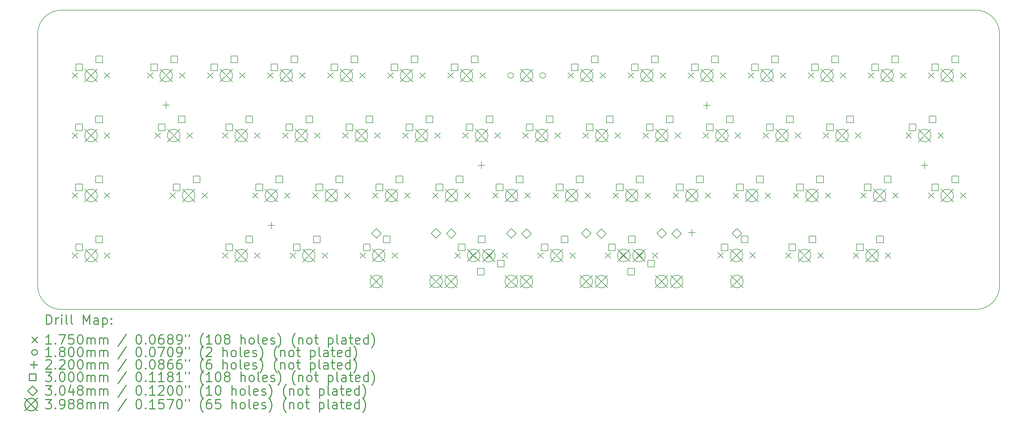
<source format=gbr>
%FSLAX45Y45*%
G04 Gerber Fmt 4.5, Leading zero omitted, Abs format (unit mm)*
G04 Created by KiCad (PCBNEW (5.1.10)-1) date 2021-12-09 13:10:16*
%MOMM*%
%LPD*%
G01*
G04 APERTURE LIST*
%TA.AperFunction,Profile*%
%ADD10C,0.150000*%
%TD*%
%ADD11C,0.200000*%
%ADD12C,0.300000*%
G04 APERTURE END LIST*
D10*
X17000000Y-17750000D02*
X17000000Y-9750000D01*
X17750000Y-18500000D02*
X46750000Y-18500000D01*
X17750000Y-9000000D02*
X46750000Y-9000000D01*
X47500000Y-9750000D02*
X47500000Y-17750000D01*
X47500000Y-17750000D02*
G75*
G02*
X46750000Y-18500000I-750000J0D01*
G01*
X46750000Y-9000000D02*
G75*
G02*
X47500000Y-9750000I0J-750000D01*
G01*
X17000000Y-9750000D02*
G75*
G02*
X17750000Y-9000000I750000J0D01*
G01*
X17750000Y-18500000D02*
G75*
G02*
X17000000Y-17750000I0J750000D01*
G01*
D11*
X18097297Y-12890302D02*
X18272297Y-13065302D01*
X18272297Y-12890302D02*
X18097297Y-13065302D01*
X18097297Y-14795300D02*
X18272297Y-14970300D01*
X18272297Y-14795300D02*
X18097297Y-14970300D01*
X18097313Y-10985313D02*
X18272313Y-11160313D01*
X18272313Y-10985313D02*
X18097313Y-11160313D01*
X18099282Y-16700298D02*
X18274282Y-16875298D01*
X18274282Y-16700298D02*
X18099282Y-16875298D01*
X19113297Y-12890302D02*
X19288297Y-13065302D01*
X19288297Y-12890302D02*
X19113297Y-13065302D01*
X19113297Y-14795300D02*
X19288297Y-14970300D01*
X19288297Y-14795300D02*
X19113297Y-14970300D01*
X19113313Y-10985313D02*
X19288313Y-11160313D01*
X19288313Y-10985313D02*
X19113313Y-11160313D01*
X19115282Y-16700298D02*
X19290282Y-16875298D01*
X19290282Y-16700298D02*
X19115282Y-16875298D01*
X20478545Y-10985303D02*
X20653545Y-11160303D01*
X20653545Y-10985303D02*
X20478545Y-11160303D01*
X20716670Y-12890302D02*
X20891670Y-13065302D01*
X20891670Y-12890302D02*
X20716670Y-13065302D01*
X21192919Y-14795300D02*
X21367919Y-14970300D01*
X21367919Y-14795300D02*
X21192919Y-14970300D01*
X21494545Y-10985303D02*
X21669545Y-11160303D01*
X21669545Y-10985303D02*
X21494545Y-11160303D01*
X21732670Y-12890302D02*
X21907670Y-13065302D01*
X21907670Y-12890302D02*
X21732670Y-13065302D01*
X22208919Y-14795300D02*
X22383919Y-14970300D01*
X22383919Y-14795300D02*
X22208919Y-14970300D01*
X22383543Y-10985303D02*
X22558543Y-11160303D01*
X22558543Y-10985303D02*
X22383543Y-11160303D01*
X22859793Y-12890302D02*
X23034793Y-13065302D01*
X23034793Y-12890302D02*
X22859793Y-13065302D01*
X22859793Y-16700298D02*
X23034793Y-16875298D01*
X23034793Y-16700298D02*
X22859793Y-16875298D01*
X23399543Y-10985303D02*
X23574543Y-11160303D01*
X23574543Y-10985303D02*
X23399543Y-11160303D01*
X23812292Y-14795300D02*
X23987292Y-14970300D01*
X23987292Y-14795300D02*
X23812292Y-14970300D01*
X23875793Y-12890302D02*
X24050793Y-13065302D01*
X24050793Y-12890302D02*
X23875793Y-13065302D01*
X23875793Y-16700298D02*
X24050793Y-16875298D01*
X24050793Y-16700298D02*
X23875793Y-16875298D01*
X24288542Y-10985303D02*
X24463542Y-11160303D01*
X24463542Y-10985303D02*
X24288542Y-11160303D01*
X24764791Y-12890302D02*
X24939791Y-13065302D01*
X24939791Y-12890302D02*
X24764791Y-13065302D01*
X24828292Y-14795300D02*
X25003292Y-14970300D01*
X25003292Y-14795300D02*
X24828292Y-14970300D01*
X25000931Y-16700298D02*
X25175931Y-16875298D01*
X25175931Y-16700298D02*
X25000931Y-16875298D01*
X25304542Y-10985303D02*
X25479542Y-11160303D01*
X25479542Y-10985303D02*
X25304542Y-11160303D01*
X25717290Y-14795300D02*
X25892290Y-14970300D01*
X25892290Y-14795300D02*
X25717290Y-14970300D01*
X25780791Y-12890302D02*
X25955791Y-13065302D01*
X25955791Y-12890302D02*
X25780791Y-13065302D01*
X26016931Y-16700298D02*
X26191931Y-16875298D01*
X26191931Y-16700298D02*
X26016931Y-16875298D01*
X26193540Y-10985303D02*
X26368540Y-11160303D01*
X26368540Y-10985303D02*
X26193540Y-11160303D01*
X26669790Y-12890302D02*
X26844790Y-13065302D01*
X26844790Y-12890302D02*
X26669790Y-13065302D01*
X26733290Y-14795300D02*
X26908290Y-14970300D01*
X26908290Y-14795300D02*
X26733290Y-14970300D01*
X27209540Y-10985303D02*
X27384540Y-11160303D01*
X27384540Y-10985303D02*
X27209540Y-11160303D01*
X27217500Y-16699360D02*
X27392500Y-16874360D01*
X27392500Y-16699360D02*
X27217500Y-16874360D01*
X27622289Y-14795300D02*
X27797289Y-14970300D01*
X27797289Y-14795300D02*
X27622289Y-14970300D01*
X27685790Y-12890302D02*
X27860790Y-13065302D01*
X27860790Y-12890302D02*
X27685790Y-13065302D01*
X28098538Y-10985303D02*
X28273538Y-11160303D01*
X28273538Y-10985303D02*
X28098538Y-11160303D01*
X28233500Y-16699360D02*
X28408500Y-16874360D01*
X28408500Y-16699360D02*
X28233500Y-16874360D01*
X28574788Y-12890302D02*
X28749788Y-13065302D01*
X28749788Y-12890302D02*
X28574788Y-13065302D01*
X28638289Y-14795300D02*
X28813289Y-14970300D01*
X28813289Y-14795300D02*
X28638289Y-14970300D01*
X29114538Y-10985303D02*
X29289538Y-11160303D01*
X29289538Y-10985303D02*
X29114538Y-11160303D01*
X29527287Y-14795300D02*
X29702287Y-14970300D01*
X29702287Y-14795300D02*
X29527287Y-14970300D01*
X29590788Y-12890302D02*
X29765788Y-13065302D01*
X29765788Y-12890302D02*
X29590788Y-13065302D01*
X30003537Y-10985303D02*
X30178537Y-11160303D01*
X30178537Y-10985303D02*
X30003537Y-11160303D01*
X30229940Y-16699360D02*
X30404940Y-16874360D01*
X30404940Y-16699360D02*
X30229940Y-16874360D01*
X30479786Y-12890302D02*
X30654786Y-13065302D01*
X30654786Y-12890302D02*
X30479786Y-13065302D01*
X30543287Y-14795300D02*
X30718287Y-14970300D01*
X30718287Y-14795300D02*
X30543287Y-14970300D01*
X30710000Y-16701900D02*
X30885000Y-16876900D01*
X30885000Y-16701900D02*
X30710000Y-16876900D01*
X31019537Y-10985303D02*
X31194537Y-11160303D01*
X31194537Y-10985303D02*
X31019537Y-11160303D01*
X31245940Y-16699360D02*
X31420940Y-16874360D01*
X31420940Y-16699360D02*
X31245940Y-16874360D01*
X31432286Y-14795300D02*
X31607286Y-14970300D01*
X31607286Y-14795300D02*
X31432286Y-14970300D01*
X31495786Y-12890302D02*
X31670786Y-13065302D01*
X31670786Y-12890302D02*
X31495786Y-13065302D01*
X31726000Y-16701900D02*
X31901000Y-16876900D01*
X31901000Y-16701900D02*
X31726000Y-16876900D01*
X32384785Y-12890302D02*
X32559785Y-13065302D01*
X32559785Y-12890302D02*
X32384785Y-13065302D01*
X32448286Y-14795300D02*
X32623286Y-14970300D01*
X32623286Y-14795300D02*
X32448286Y-14970300D01*
X32861034Y-16700298D02*
X33036034Y-16875298D01*
X33036034Y-16700298D02*
X32861034Y-16875298D01*
X33337284Y-14795300D02*
X33512284Y-14970300D01*
X33512284Y-14795300D02*
X33337284Y-14970300D01*
X33400785Y-12890302D02*
X33575785Y-13065302D01*
X33575785Y-12890302D02*
X33400785Y-13065302D01*
X33813534Y-10985303D02*
X33988534Y-11160303D01*
X33988534Y-10985303D02*
X33813534Y-11160303D01*
X33877034Y-16700298D02*
X34052034Y-16875298D01*
X34052034Y-16700298D02*
X33877034Y-16875298D01*
X34289783Y-12890302D02*
X34464783Y-13065302D01*
X34464783Y-12890302D02*
X34289783Y-13065302D01*
X34353284Y-14795300D02*
X34528284Y-14970300D01*
X34528284Y-14795300D02*
X34353284Y-14970300D01*
X34829534Y-10985303D02*
X35004534Y-11160303D01*
X35004534Y-10985303D02*
X34829534Y-11160303D01*
X34992440Y-16699360D02*
X35167440Y-16874360D01*
X35167440Y-16699360D02*
X34992440Y-16874360D01*
X35242282Y-14795300D02*
X35417282Y-14970300D01*
X35417282Y-14795300D02*
X35242282Y-14970300D01*
X35305783Y-12890302D02*
X35480783Y-13065302D01*
X35480783Y-12890302D02*
X35305783Y-13065302D01*
X35472500Y-16701900D02*
X35647500Y-16876900D01*
X35647500Y-16701900D02*
X35472500Y-16876900D01*
X35718532Y-10985303D02*
X35893532Y-11160303D01*
X35893532Y-10985303D02*
X35718532Y-11160303D01*
X36008440Y-16699360D02*
X36183440Y-16874360D01*
X36183440Y-16699360D02*
X36008440Y-16874360D01*
X36194782Y-12890302D02*
X36369782Y-13065302D01*
X36369782Y-12890302D02*
X36194782Y-13065302D01*
X36258282Y-14795300D02*
X36433282Y-14970300D01*
X36433282Y-14795300D02*
X36258282Y-14970300D01*
X36488500Y-16701900D02*
X36663500Y-16876900D01*
X36663500Y-16701900D02*
X36488500Y-16876900D01*
X36734532Y-10985303D02*
X36909532Y-11160303D01*
X36909532Y-10985303D02*
X36734532Y-11160303D01*
X37147281Y-14795300D02*
X37322281Y-14970300D01*
X37322281Y-14795300D02*
X37147281Y-14970300D01*
X37210782Y-12890302D02*
X37385782Y-13065302D01*
X37385782Y-12890302D02*
X37210782Y-13065302D01*
X37623530Y-10985303D02*
X37798530Y-11160303D01*
X37798530Y-10985303D02*
X37623530Y-11160303D01*
X38099780Y-12890302D02*
X38274780Y-13065302D01*
X38274780Y-12890302D02*
X38099780Y-13065302D01*
X38163281Y-14795300D02*
X38338281Y-14970300D01*
X38338281Y-14795300D02*
X38163281Y-14970300D01*
X38563680Y-16696820D02*
X38738680Y-16871820D01*
X38738680Y-16696820D02*
X38563680Y-16871820D01*
X38639530Y-10985303D02*
X38814530Y-11160303D01*
X38814530Y-10985303D02*
X38639530Y-11160303D01*
X39052279Y-14795300D02*
X39227279Y-14970300D01*
X39227279Y-14795300D02*
X39052279Y-14970300D01*
X39115780Y-12890302D02*
X39290780Y-13065302D01*
X39290780Y-12890302D02*
X39115780Y-13065302D01*
X39528529Y-10985303D02*
X39703529Y-11160303D01*
X39703529Y-10985303D02*
X39528529Y-11160303D01*
X39579680Y-16696820D02*
X39754680Y-16871820D01*
X39754680Y-16696820D02*
X39579680Y-16871820D01*
X40004778Y-12890302D02*
X40179778Y-13065302D01*
X40179778Y-12890302D02*
X40004778Y-13065302D01*
X40068279Y-14795300D02*
X40243279Y-14970300D01*
X40243279Y-14795300D02*
X40068279Y-14970300D01*
X40544529Y-10985303D02*
X40719529Y-11160303D01*
X40719529Y-10985303D02*
X40544529Y-11160303D01*
X40719153Y-16700298D02*
X40894153Y-16875298D01*
X40894153Y-16700298D02*
X40719153Y-16875298D01*
X40957278Y-14795300D02*
X41132278Y-14970300D01*
X41132278Y-14795300D02*
X40957278Y-14970300D01*
X41020778Y-12890302D02*
X41195778Y-13065302D01*
X41195778Y-12890302D02*
X41020778Y-13065302D01*
X41433527Y-10985303D02*
X41608527Y-11160303D01*
X41608527Y-10985303D02*
X41433527Y-11160303D01*
X41735153Y-16700298D02*
X41910153Y-16875298D01*
X41910153Y-16700298D02*
X41735153Y-16875298D01*
X41909777Y-12890302D02*
X42084777Y-13065302D01*
X42084777Y-12890302D02*
X41909777Y-13065302D01*
X41973278Y-14795300D02*
X42148278Y-14970300D01*
X42148278Y-14795300D02*
X41973278Y-14970300D01*
X42449527Y-10985303D02*
X42624527Y-11160303D01*
X42624527Y-10985303D02*
X42449527Y-11160303D01*
X42862276Y-16700298D02*
X43037276Y-16875298D01*
X43037276Y-16700298D02*
X42862276Y-16875298D01*
X42925777Y-12890302D02*
X43100777Y-13065302D01*
X43100777Y-12890302D02*
X42925777Y-13065302D01*
X43100401Y-14795300D02*
X43275401Y-14970300D01*
X43275401Y-14795300D02*
X43100401Y-14970300D01*
X43338526Y-10985303D02*
X43513526Y-11160303D01*
X43513526Y-10985303D02*
X43338526Y-11160303D01*
X43878276Y-16700298D02*
X44053276Y-16875298D01*
X44053276Y-16700298D02*
X43878276Y-16875298D01*
X44116401Y-14795300D02*
X44291401Y-14970300D01*
X44291401Y-14795300D02*
X44116401Y-14970300D01*
X44354526Y-10985303D02*
X44529526Y-11160303D01*
X44529526Y-10985303D02*
X44354526Y-11160303D01*
X44529150Y-12890302D02*
X44704150Y-13065302D01*
X44704150Y-12890302D02*
X44529150Y-13065302D01*
X45243524Y-10985303D02*
X45418524Y-11160303D01*
X45418524Y-10985303D02*
X45243524Y-11160303D01*
X45243524Y-14795300D02*
X45418524Y-14970300D01*
X45418524Y-14795300D02*
X45243524Y-14970300D01*
X45545150Y-12890302D02*
X45720150Y-13065302D01*
X45720150Y-12890302D02*
X45545150Y-13065302D01*
X46259524Y-10985303D02*
X46434524Y-11160303D01*
X46434524Y-10985303D02*
X46259524Y-11160303D01*
X46259524Y-14795300D02*
X46434524Y-14970300D01*
X46434524Y-14795300D02*
X46259524Y-14970300D01*
X32086035Y-11072803D02*
G75*
G03*
X32086035Y-11072803I-90000J0D01*
G01*
X33102035Y-11072803D02*
G75*
G03*
X33102035Y-11072803I-90000J0D01*
G01*
X21073110Y-11906740D02*
X21073110Y-12126740D01*
X20963110Y-12016740D02*
X21183110Y-12016740D01*
X24405590Y-15718010D02*
X24405590Y-15938010D01*
X24295590Y-15828010D02*
X24515590Y-15828010D01*
X31074360Y-13813010D02*
X31074360Y-14033010D01*
X30964360Y-13923010D02*
X31184360Y-13923010D01*
X37740590Y-15952960D02*
X37740590Y-16172960D01*
X37630590Y-16062960D02*
X37850590Y-16062960D01*
X38216840Y-11908010D02*
X38216840Y-12128010D01*
X38106840Y-12018010D02*
X38326840Y-12018010D01*
X45124370Y-13813010D02*
X45124370Y-14033010D01*
X45014370Y-13923010D02*
X45234370Y-13923010D01*
X18417864Y-12829869D02*
X18417864Y-12617735D01*
X18205730Y-12617735D01*
X18205730Y-12829869D01*
X18417864Y-12829869D01*
X18417864Y-14734867D02*
X18417864Y-14522733D01*
X18205730Y-14522733D01*
X18205730Y-14734867D01*
X18417864Y-14734867D01*
X18417880Y-10924880D02*
X18417880Y-10712746D01*
X18205746Y-10712746D01*
X18205746Y-10924880D01*
X18417880Y-10924880D01*
X18419849Y-16639865D02*
X18419849Y-16427731D01*
X18207715Y-16427731D01*
X18207715Y-16639865D01*
X18419849Y-16639865D01*
X19052864Y-12575869D02*
X19052864Y-12363735D01*
X18840730Y-12363735D01*
X18840730Y-12575869D01*
X19052864Y-12575869D01*
X19052864Y-14480867D02*
X19052864Y-14268733D01*
X18840730Y-14268733D01*
X18840730Y-14480867D01*
X19052864Y-14480867D01*
X19052880Y-10670880D02*
X19052880Y-10458746D01*
X18840746Y-10458746D01*
X18840746Y-10670880D01*
X19052880Y-10670880D01*
X19054849Y-16385865D02*
X19054849Y-16173731D01*
X18842715Y-16173731D01*
X18842715Y-16385865D01*
X19054849Y-16385865D01*
X20799112Y-10924870D02*
X20799112Y-10712736D01*
X20586978Y-10712736D01*
X20586978Y-10924870D01*
X20799112Y-10924870D01*
X21037237Y-12829869D02*
X21037237Y-12617735D01*
X20825103Y-12617735D01*
X20825103Y-12829869D01*
X21037237Y-12829869D01*
X21434112Y-10670870D02*
X21434112Y-10458736D01*
X21221978Y-10458736D01*
X21221978Y-10670870D01*
X21434112Y-10670870D01*
X21513486Y-14734867D02*
X21513486Y-14522733D01*
X21301352Y-14522733D01*
X21301352Y-14734867D01*
X21513486Y-14734867D01*
X21672237Y-12575869D02*
X21672237Y-12363735D01*
X21460103Y-12363735D01*
X21460103Y-12575869D01*
X21672237Y-12575869D01*
X22148486Y-14480867D02*
X22148486Y-14268733D01*
X21936352Y-14268733D01*
X21936352Y-14480867D01*
X22148486Y-14480867D01*
X22704110Y-10924870D02*
X22704110Y-10712736D01*
X22491976Y-10712736D01*
X22491976Y-10924870D01*
X22704110Y-10924870D01*
X23180360Y-12829869D02*
X23180360Y-12617735D01*
X22968226Y-12617735D01*
X22968226Y-12829869D01*
X23180360Y-12829869D01*
X23180360Y-16639865D02*
X23180360Y-16427731D01*
X22968226Y-16427731D01*
X22968226Y-16639865D01*
X23180360Y-16639865D01*
X23339110Y-10670870D02*
X23339110Y-10458736D01*
X23126976Y-10458736D01*
X23126976Y-10670870D01*
X23339110Y-10670870D01*
X23815360Y-12575869D02*
X23815360Y-12363735D01*
X23603226Y-12363735D01*
X23603226Y-12575869D01*
X23815360Y-12575869D01*
X23815360Y-16385865D02*
X23815360Y-16173731D01*
X23603226Y-16173731D01*
X23603226Y-16385865D01*
X23815360Y-16385865D01*
X24132859Y-14734867D02*
X24132859Y-14522733D01*
X23920725Y-14522733D01*
X23920725Y-14734867D01*
X24132859Y-14734867D01*
X24609109Y-10924870D02*
X24609109Y-10712736D01*
X24396975Y-10712736D01*
X24396975Y-10924870D01*
X24609109Y-10924870D01*
X24767859Y-14480867D02*
X24767859Y-14268733D01*
X24555725Y-14268733D01*
X24555725Y-14480867D01*
X24767859Y-14480867D01*
X25085358Y-12829869D02*
X25085358Y-12617735D01*
X24873224Y-12617735D01*
X24873224Y-12829869D01*
X25085358Y-12829869D01*
X25244109Y-10670870D02*
X25244109Y-10458736D01*
X25031975Y-10458736D01*
X25031975Y-10670870D01*
X25244109Y-10670870D01*
X25321498Y-16639865D02*
X25321498Y-16427731D01*
X25109364Y-16427731D01*
X25109364Y-16639865D01*
X25321498Y-16639865D01*
X25720358Y-12575869D02*
X25720358Y-12363735D01*
X25508224Y-12363735D01*
X25508224Y-12575869D01*
X25720358Y-12575869D01*
X25956498Y-16385865D02*
X25956498Y-16173731D01*
X25744364Y-16173731D01*
X25744364Y-16385865D01*
X25956498Y-16385865D01*
X26037857Y-14734867D02*
X26037857Y-14522733D01*
X25825723Y-14522733D01*
X25825723Y-14734867D01*
X26037857Y-14734867D01*
X26514107Y-10924870D02*
X26514107Y-10712736D01*
X26301973Y-10712736D01*
X26301973Y-10924870D01*
X26514107Y-10924870D01*
X26672857Y-14480867D02*
X26672857Y-14268733D01*
X26460723Y-14268733D01*
X26460723Y-14480867D01*
X26672857Y-14480867D01*
X26990357Y-12829869D02*
X26990357Y-12617735D01*
X26778223Y-12617735D01*
X26778223Y-12829869D01*
X26990357Y-12829869D01*
X27149107Y-10670870D02*
X27149107Y-10458736D01*
X26936973Y-10458736D01*
X26936973Y-10670870D01*
X27149107Y-10670870D01*
X27538067Y-16638927D02*
X27538067Y-16426793D01*
X27325933Y-16426793D01*
X27325933Y-16638927D01*
X27538067Y-16638927D01*
X27625357Y-12575869D02*
X27625357Y-12363735D01*
X27413223Y-12363735D01*
X27413223Y-12575869D01*
X27625357Y-12575869D01*
X27942856Y-14734867D02*
X27942856Y-14522733D01*
X27730722Y-14522733D01*
X27730722Y-14734867D01*
X27942856Y-14734867D01*
X28173067Y-16384927D02*
X28173067Y-16172793D01*
X27960933Y-16172793D01*
X27960933Y-16384927D01*
X28173067Y-16384927D01*
X28419105Y-10924870D02*
X28419105Y-10712736D01*
X28206971Y-10712736D01*
X28206971Y-10924870D01*
X28419105Y-10924870D01*
X28577856Y-14480867D02*
X28577856Y-14268733D01*
X28365722Y-14268733D01*
X28365722Y-14480867D01*
X28577856Y-14480867D01*
X28895355Y-12829869D02*
X28895355Y-12617735D01*
X28683221Y-12617735D01*
X28683221Y-12829869D01*
X28895355Y-12829869D01*
X29054105Y-10670870D02*
X29054105Y-10458736D01*
X28841971Y-10458736D01*
X28841971Y-10670870D01*
X29054105Y-10670870D01*
X29530355Y-12575869D02*
X29530355Y-12363735D01*
X29318221Y-12363735D01*
X29318221Y-12575869D01*
X29530355Y-12575869D01*
X29847854Y-14734867D02*
X29847854Y-14522733D01*
X29635720Y-14522733D01*
X29635720Y-14734867D01*
X29847854Y-14734867D01*
X30324104Y-10924870D02*
X30324104Y-10712736D01*
X30111970Y-10712736D01*
X30111970Y-10924870D01*
X30324104Y-10924870D01*
X30482854Y-14480867D02*
X30482854Y-14268733D01*
X30270720Y-14268733D01*
X30270720Y-14480867D01*
X30482854Y-14480867D01*
X30550507Y-16638927D02*
X30550507Y-16426793D01*
X30338373Y-16426793D01*
X30338373Y-16638927D01*
X30550507Y-16638927D01*
X30800353Y-12829869D02*
X30800353Y-12617735D01*
X30588219Y-12617735D01*
X30588219Y-12829869D01*
X30800353Y-12829869D01*
X30959104Y-10670870D02*
X30959104Y-10458736D01*
X30746970Y-10458736D01*
X30746970Y-10670870D01*
X30959104Y-10670870D01*
X31157567Y-17403467D02*
X31157567Y-17191333D01*
X30945433Y-17191333D01*
X30945433Y-17403467D01*
X31157567Y-17403467D01*
X31185507Y-16384927D02*
X31185507Y-16172793D01*
X30973373Y-16172793D01*
X30973373Y-16384927D01*
X31185507Y-16384927D01*
X31435353Y-12575869D02*
X31435353Y-12363735D01*
X31223219Y-12363735D01*
X31223219Y-12575869D01*
X31435353Y-12575869D01*
X31752853Y-14734867D02*
X31752853Y-14522733D01*
X31540719Y-14522733D01*
X31540719Y-14734867D01*
X31752853Y-14734867D01*
X31792567Y-17149467D02*
X31792567Y-16937333D01*
X31580433Y-16937333D01*
X31580433Y-17149467D01*
X31792567Y-17149467D01*
X32387853Y-14480867D02*
X32387853Y-14268733D01*
X32175719Y-14268733D01*
X32175719Y-14480867D01*
X32387853Y-14480867D01*
X32705352Y-12829869D02*
X32705352Y-12617735D01*
X32493218Y-12617735D01*
X32493218Y-12829869D01*
X32705352Y-12829869D01*
X33181601Y-16639865D02*
X33181601Y-16427731D01*
X32969467Y-16427731D01*
X32969467Y-16639865D01*
X33181601Y-16639865D01*
X33340352Y-12575869D02*
X33340352Y-12363735D01*
X33128218Y-12363735D01*
X33128218Y-12575869D01*
X33340352Y-12575869D01*
X33657851Y-14734867D02*
X33657851Y-14522733D01*
X33445717Y-14522733D01*
X33445717Y-14734867D01*
X33657851Y-14734867D01*
X33816601Y-16385865D02*
X33816601Y-16173731D01*
X33604467Y-16173731D01*
X33604467Y-16385865D01*
X33816601Y-16385865D01*
X34134101Y-10924870D02*
X34134101Y-10712736D01*
X33921967Y-10712736D01*
X33921967Y-10924870D01*
X34134101Y-10924870D01*
X34292851Y-14480867D02*
X34292851Y-14268733D01*
X34080717Y-14268733D01*
X34080717Y-14480867D01*
X34292851Y-14480867D01*
X34610350Y-12829869D02*
X34610350Y-12617735D01*
X34398216Y-12617735D01*
X34398216Y-12829869D01*
X34610350Y-12829869D01*
X34769101Y-10670870D02*
X34769101Y-10458736D01*
X34556967Y-10458736D01*
X34556967Y-10670870D01*
X34769101Y-10670870D01*
X35245350Y-12575869D02*
X35245350Y-12363735D01*
X35033216Y-12363735D01*
X35033216Y-12575869D01*
X35245350Y-12575869D01*
X35313007Y-16638927D02*
X35313007Y-16426793D01*
X35100873Y-16426793D01*
X35100873Y-16638927D01*
X35313007Y-16638927D01*
X35562849Y-14734867D02*
X35562849Y-14522733D01*
X35350715Y-14522733D01*
X35350715Y-14734867D01*
X35562849Y-14734867D01*
X35920067Y-17403467D02*
X35920067Y-17191333D01*
X35707933Y-17191333D01*
X35707933Y-17403467D01*
X35920067Y-17403467D01*
X35948007Y-16384927D02*
X35948007Y-16172793D01*
X35735873Y-16172793D01*
X35735873Y-16384927D01*
X35948007Y-16384927D01*
X36039099Y-10924870D02*
X36039099Y-10712736D01*
X35826965Y-10712736D01*
X35826965Y-10924870D01*
X36039099Y-10924870D01*
X36197849Y-14480867D02*
X36197849Y-14268733D01*
X35985715Y-14268733D01*
X35985715Y-14480867D01*
X36197849Y-14480867D01*
X36515349Y-12829869D02*
X36515349Y-12617735D01*
X36303215Y-12617735D01*
X36303215Y-12829869D01*
X36515349Y-12829869D01*
X36555067Y-17149467D02*
X36555067Y-16937333D01*
X36342933Y-16937333D01*
X36342933Y-17149467D01*
X36555067Y-17149467D01*
X36674099Y-10670870D02*
X36674099Y-10458736D01*
X36461965Y-10458736D01*
X36461965Y-10670870D01*
X36674099Y-10670870D01*
X37150349Y-12575869D02*
X37150349Y-12363735D01*
X36938215Y-12363735D01*
X36938215Y-12575869D01*
X37150349Y-12575869D01*
X37467848Y-14734867D02*
X37467848Y-14522733D01*
X37255714Y-14522733D01*
X37255714Y-14734867D01*
X37467848Y-14734867D01*
X37944097Y-10924870D02*
X37944097Y-10712736D01*
X37731963Y-10712736D01*
X37731963Y-10924870D01*
X37944097Y-10924870D01*
X38102848Y-14480867D02*
X38102848Y-14268733D01*
X37890714Y-14268733D01*
X37890714Y-14480867D01*
X38102848Y-14480867D01*
X38420347Y-12829869D02*
X38420347Y-12617735D01*
X38208213Y-12617735D01*
X38208213Y-12829869D01*
X38420347Y-12829869D01*
X38579097Y-10670870D02*
X38579097Y-10458736D01*
X38366963Y-10458736D01*
X38366963Y-10670870D01*
X38579097Y-10670870D01*
X38884247Y-16636387D02*
X38884247Y-16424253D01*
X38672113Y-16424253D01*
X38672113Y-16636387D01*
X38884247Y-16636387D01*
X39055347Y-12575869D02*
X39055347Y-12363735D01*
X38843213Y-12363735D01*
X38843213Y-12575869D01*
X39055347Y-12575869D01*
X39372846Y-14734867D02*
X39372846Y-14522733D01*
X39160712Y-14522733D01*
X39160712Y-14734867D01*
X39372846Y-14734867D01*
X39519247Y-16382387D02*
X39519247Y-16170253D01*
X39307113Y-16170253D01*
X39307113Y-16382387D01*
X39519247Y-16382387D01*
X39849096Y-10924870D02*
X39849096Y-10712736D01*
X39636962Y-10712736D01*
X39636962Y-10924870D01*
X39849096Y-10924870D01*
X40007846Y-14480867D02*
X40007846Y-14268733D01*
X39795712Y-14268733D01*
X39795712Y-14480867D01*
X40007846Y-14480867D01*
X40325345Y-12829869D02*
X40325345Y-12617735D01*
X40113211Y-12617735D01*
X40113211Y-12829869D01*
X40325345Y-12829869D01*
X40484096Y-10670870D02*
X40484096Y-10458736D01*
X40271962Y-10458736D01*
X40271962Y-10670870D01*
X40484096Y-10670870D01*
X40960345Y-12575869D02*
X40960345Y-12363735D01*
X40748211Y-12363735D01*
X40748211Y-12575869D01*
X40960345Y-12575869D01*
X41039720Y-16639865D02*
X41039720Y-16427731D01*
X40827586Y-16427731D01*
X40827586Y-16639865D01*
X41039720Y-16639865D01*
X41277845Y-14734867D02*
X41277845Y-14522733D01*
X41065711Y-14522733D01*
X41065711Y-14734867D01*
X41277845Y-14734867D01*
X41674720Y-16385865D02*
X41674720Y-16173731D01*
X41462586Y-16173731D01*
X41462586Y-16385865D01*
X41674720Y-16385865D01*
X41754094Y-10924870D02*
X41754094Y-10712736D01*
X41541960Y-10712736D01*
X41541960Y-10924870D01*
X41754094Y-10924870D01*
X41912845Y-14480867D02*
X41912845Y-14268733D01*
X41700711Y-14268733D01*
X41700711Y-14480867D01*
X41912845Y-14480867D01*
X42230344Y-12829869D02*
X42230344Y-12617735D01*
X42018210Y-12617735D01*
X42018210Y-12829869D01*
X42230344Y-12829869D01*
X42389094Y-10670870D02*
X42389094Y-10458736D01*
X42176960Y-10458736D01*
X42176960Y-10670870D01*
X42389094Y-10670870D01*
X42865344Y-12575869D02*
X42865344Y-12363735D01*
X42653210Y-12363735D01*
X42653210Y-12575869D01*
X42865344Y-12575869D01*
X43182843Y-16639865D02*
X43182843Y-16427731D01*
X42970709Y-16427731D01*
X42970709Y-16639865D01*
X43182843Y-16639865D01*
X43420968Y-14734867D02*
X43420968Y-14522733D01*
X43208834Y-14522733D01*
X43208834Y-14734867D01*
X43420968Y-14734867D01*
X43659093Y-10924870D02*
X43659093Y-10712736D01*
X43446959Y-10712736D01*
X43446959Y-10924870D01*
X43659093Y-10924870D01*
X43817843Y-16385865D02*
X43817843Y-16173731D01*
X43605709Y-16173731D01*
X43605709Y-16385865D01*
X43817843Y-16385865D01*
X44055968Y-14480867D02*
X44055968Y-14268733D01*
X43843834Y-14268733D01*
X43843834Y-14480867D01*
X44055968Y-14480867D01*
X44294093Y-10670870D02*
X44294093Y-10458736D01*
X44081959Y-10458736D01*
X44081959Y-10670870D01*
X44294093Y-10670870D01*
X44849717Y-12829869D02*
X44849717Y-12617735D01*
X44637583Y-12617735D01*
X44637583Y-12829869D01*
X44849717Y-12829869D01*
X45484717Y-12575869D02*
X45484717Y-12363735D01*
X45272583Y-12363735D01*
X45272583Y-12575869D01*
X45484717Y-12575869D01*
X45564091Y-10924870D02*
X45564091Y-10712736D01*
X45351957Y-10712736D01*
X45351957Y-10924870D01*
X45564091Y-10924870D01*
X45564091Y-14734867D02*
X45564091Y-14522733D01*
X45351957Y-14522733D01*
X45351957Y-14734867D01*
X45564091Y-14734867D01*
X46199091Y-10670870D02*
X46199091Y-10458736D01*
X45986957Y-10458736D01*
X45986957Y-10670870D01*
X46199091Y-10670870D01*
X46199091Y-14480867D02*
X46199091Y-14268733D01*
X45986957Y-14268733D01*
X45986957Y-14480867D01*
X46199091Y-14480867D01*
X27741534Y-16241698D02*
X27893934Y-16089298D01*
X27741534Y-15936898D01*
X27589134Y-16089298D01*
X27741534Y-16241698D01*
X29631640Y-16240760D02*
X29784040Y-16088360D01*
X29631640Y-15935960D01*
X29479240Y-16088360D01*
X29631640Y-16240760D01*
X30111700Y-16243300D02*
X30264100Y-16090900D01*
X30111700Y-15938500D01*
X29959300Y-16090900D01*
X30111700Y-16243300D01*
X32019240Y-16240760D02*
X32171640Y-16088360D01*
X32019240Y-15935960D01*
X31866840Y-16088360D01*
X32019240Y-16240760D01*
X32499300Y-16243300D02*
X32651700Y-16090900D01*
X32499300Y-15938500D01*
X32346900Y-16090900D01*
X32499300Y-16243300D01*
X34394140Y-16240760D02*
X34546540Y-16088360D01*
X34394140Y-15935960D01*
X34241740Y-16088360D01*
X34394140Y-16240760D01*
X34874200Y-16243300D02*
X35026600Y-16090900D01*
X34874200Y-15938500D01*
X34721800Y-16090900D01*
X34874200Y-16243300D01*
X36781740Y-16240760D02*
X36934140Y-16088360D01*
X36781740Y-15935960D01*
X36629340Y-16088360D01*
X36781740Y-16240760D01*
X37261800Y-16243300D02*
X37414200Y-16090900D01*
X37261800Y-15938500D01*
X37109400Y-16090900D01*
X37261800Y-16243300D01*
X39171534Y-16241698D02*
X39323934Y-16089298D01*
X39171534Y-15936898D01*
X39019134Y-16089298D01*
X39171534Y-16241698D01*
X18493407Y-12778412D02*
X18892187Y-13177192D01*
X18892187Y-12778412D02*
X18493407Y-13177192D01*
X18892187Y-12977802D02*
G75*
G03*
X18892187Y-12977802I-199390J0D01*
G01*
X18493407Y-14683410D02*
X18892187Y-15082190D01*
X18892187Y-14683410D02*
X18493407Y-15082190D01*
X18892187Y-14882800D02*
G75*
G03*
X18892187Y-14882800I-199390J0D01*
G01*
X18493423Y-10873423D02*
X18892203Y-11272202D01*
X18892203Y-10873423D02*
X18493423Y-11272202D01*
X18892203Y-11072813D02*
G75*
G03*
X18892203Y-11072813I-199390J0D01*
G01*
X18495392Y-16588408D02*
X18894172Y-16987188D01*
X18894172Y-16588408D02*
X18495392Y-16987188D01*
X18894172Y-16787798D02*
G75*
G03*
X18894172Y-16787798I-199390J0D01*
G01*
X20874655Y-10873413D02*
X21273435Y-11272193D01*
X21273435Y-10873413D02*
X20874655Y-11272193D01*
X21273435Y-11072803D02*
G75*
G03*
X21273435Y-11072803I-199390J0D01*
G01*
X21112780Y-12778412D02*
X21511560Y-13177192D01*
X21511560Y-12778412D02*
X21112780Y-13177192D01*
X21511560Y-12977802D02*
G75*
G03*
X21511560Y-12977802I-199390J0D01*
G01*
X21589029Y-14683410D02*
X21987809Y-15082190D01*
X21987809Y-14683410D02*
X21589029Y-15082190D01*
X21987809Y-14882800D02*
G75*
G03*
X21987809Y-14882800I-199390J0D01*
G01*
X22779653Y-10873413D02*
X23178433Y-11272193D01*
X23178433Y-10873413D02*
X22779653Y-11272193D01*
X23178433Y-11072803D02*
G75*
G03*
X23178433Y-11072803I-199390J0D01*
G01*
X23255903Y-12778412D02*
X23654683Y-13177192D01*
X23654683Y-12778412D02*
X23255903Y-13177192D01*
X23654683Y-12977802D02*
G75*
G03*
X23654683Y-12977802I-199390J0D01*
G01*
X23255903Y-16588408D02*
X23654683Y-16987188D01*
X23654683Y-16588408D02*
X23255903Y-16987188D01*
X23654683Y-16787798D02*
G75*
G03*
X23654683Y-16787798I-199390J0D01*
G01*
X24208402Y-14683410D02*
X24607182Y-15082190D01*
X24607182Y-14683410D02*
X24208402Y-15082190D01*
X24607182Y-14882800D02*
G75*
G03*
X24607182Y-14882800I-199390J0D01*
G01*
X24684652Y-10873413D02*
X25083432Y-11272193D01*
X25083432Y-10873413D02*
X24684652Y-11272193D01*
X25083432Y-11072803D02*
G75*
G03*
X25083432Y-11072803I-199390J0D01*
G01*
X25160901Y-12778412D02*
X25559681Y-13177192D01*
X25559681Y-12778412D02*
X25160901Y-13177192D01*
X25559681Y-12977802D02*
G75*
G03*
X25559681Y-12977802I-199390J0D01*
G01*
X25397041Y-16588408D02*
X25795821Y-16987188D01*
X25795821Y-16588408D02*
X25397041Y-16987188D01*
X25795821Y-16787798D02*
G75*
G03*
X25795821Y-16787798I-199390J0D01*
G01*
X26113400Y-14683410D02*
X26512180Y-15082190D01*
X26512180Y-14683410D02*
X26113400Y-15082190D01*
X26512180Y-14882800D02*
G75*
G03*
X26512180Y-14882800I-199390J0D01*
G01*
X26589650Y-10873413D02*
X26988430Y-11272193D01*
X26988430Y-10873413D02*
X26589650Y-11272193D01*
X26988430Y-11072803D02*
G75*
G03*
X26988430Y-11072803I-199390J0D01*
G01*
X27065900Y-12778412D02*
X27464680Y-13177192D01*
X27464680Y-12778412D02*
X27065900Y-13177192D01*
X27464680Y-12977802D02*
G75*
G03*
X27464680Y-12977802I-199390J0D01*
G01*
X27542144Y-17413908D02*
X27940924Y-17812688D01*
X27940924Y-17413908D02*
X27542144Y-17812688D01*
X27940924Y-17613298D02*
G75*
G03*
X27940924Y-17613298I-199390J0D01*
G01*
X27613610Y-16587470D02*
X28012390Y-16986250D01*
X28012390Y-16587470D02*
X27613610Y-16986250D01*
X28012390Y-16786860D02*
G75*
G03*
X28012390Y-16786860I-199390J0D01*
G01*
X28018399Y-14683410D02*
X28417179Y-15082190D01*
X28417179Y-14683410D02*
X28018399Y-15082190D01*
X28417179Y-14882800D02*
G75*
G03*
X28417179Y-14882800I-199390J0D01*
G01*
X28494648Y-10873413D02*
X28893428Y-11272193D01*
X28893428Y-10873413D02*
X28494648Y-11272193D01*
X28893428Y-11072803D02*
G75*
G03*
X28893428Y-11072803I-199390J0D01*
G01*
X28970898Y-12778412D02*
X29369678Y-13177192D01*
X29369678Y-12778412D02*
X28970898Y-13177192D01*
X29369678Y-12977802D02*
G75*
G03*
X29369678Y-12977802I-199390J0D01*
G01*
X29432250Y-17412970D02*
X29831030Y-17811750D01*
X29831030Y-17412970D02*
X29432250Y-17811750D01*
X29831030Y-17612360D02*
G75*
G03*
X29831030Y-17612360I-199390J0D01*
G01*
X29912310Y-17415510D02*
X30311090Y-17814290D01*
X30311090Y-17415510D02*
X29912310Y-17814290D01*
X30311090Y-17614900D02*
G75*
G03*
X30311090Y-17614900I-199390J0D01*
G01*
X29923397Y-14683410D02*
X30322177Y-15082190D01*
X30322177Y-14683410D02*
X29923397Y-15082190D01*
X30322177Y-14882800D02*
G75*
G03*
X30322177Y-14882800I-199390J0D01*
G01*
X30399647Y-10873413D02*
X30798427Y-11272193D01*
X30798427Y-10873413D02*
X30399647Y-11272193D01*
X30798427Y-11072803D02*
G75*
G03*
X30798427Y-11072803I-199390J0D01*
G01*
X30626050Y-16587470D02*
X31024830Y-16986250D01*
X31024830Y-16587470D02*
X30626050Y-16986250D01*
X31024830Y-16786860D02*
G75*
G03*
X31024830Y-16786860I-199390J0D01*
G01*
X30875896Y-12778412D02*
X31274676Y-13177192D01*
X31274676Y-12778412D02*
X30875896Y-13177192D01*
X31274676Y-12977802D02*
G75*
G03*
X31274676Y-12977802I-199390J0D01*
G01*
X31106110Y-16590010D02*
X31504890Y-16988790D01*
X31504890Y-16590010D02*
X31106110Y-16988790D01*
X31504890Y-16789400D02*
G75*
G03*
X31504890Y-16789400I-199390J0D01*
G01*
X31819850Y-17412970D02*
X32218630Y-17811750D01*
X32218630Y-17412970D02*
X31819850Y-17811750D01*
X32218630Y-17612360D02*
G75*
G03*
X32218630Y-17612360I-199390J0D01*
G01*
X31828396Y-14683410D02*
X32227176Y-15082190D01*
X32227176Y-14683410D02*
X31828396Y-15082190D01*
X32227176Y-14882800D02*
G75*
G03*
X32227176Y-14882800I-199390J0D01*
G01*
X32299910Y-17415510D02*
X32698690Y-17814290D01*
X32698690Y-17415510D02*
X32299910Y-17814290D01*
X32698690Y-17614900D02*
G75*
G03*
X32698690Y-17614900I-199390J0D01*
G01*
X32304645Y-10873413D02*
X32703425Y-11272193D01*
X32703425Y-10873413D02*
X32304645Y-11272193D01*
X32703425Y-11072803D02*
G75*
G03*
X32703425Y-11072803I-199390J0D01*
G01*
X32780895Y-12778412D02*
X33179675Y-13177192D01*
X33179675Y-12778412D02*
X32780895Y-13177192D01*
X33179675Y-12977802D02*
G75*
G03*
X33179675Y-12977802I-199390J0D01*
G01*
X33257144Y-16588408D02*
X33655924Y-16987188D01*
X33655924Y-16588408D02*
X33257144Y-16987188D01*
X33655924Y-16787798D02*
G75*
G03*
X33655924Y-16787798I-199390J0D01*
G01*
X33733394Y-14683410D02*
X34132174Y-15082190D01*
X34132174Y-14683410D02*
X33733394Y-15082190D01*
X34132174Y-14882800D02*
G75*
G03*
X34132174Y-14882800I-199390J0D01*
G01*
X34194750Y-17412970D02*
X34593530Y-17811750D01*
X34593530Y-17412970D02*
X34194750Y-17811750D01*
X34593530Y-17612360D02*
G75*
G03*
X34593530Y-17612360I-199390J0D01*
G01*
X34209644Y-10873413D02*
X34608424Y-11272193D01*
X34608424Y-10873413D02*
X34209644Y-11272193D01*
X34608424Y-11072803D02*
G75*
G03*
X34608424Y-11072803I-199390J0D01*
G01*
X34674810Y-17415510D02*
X35073590Y-17814290D01*
X35073590Y-17415510D02*
X34674810Y-17814290D01*
X35073590Y-17614900D02*
G75*
G03*
X35073590Y-17614900I-199390J0D01*
G01*
X34685893Y-12778412D02*
X35084673Y-13177192D01*
X35084673Y-12778412D02*
X34685893Y-13177192D01*
X35084673Y-12977802D02*
G75*
G03*
X35084673Y-12977802I-199390J0D01*
G01*
X35388550Y-16587470D02*
X35787330Y-16986250D01*
X35787330Y-16587470D02*
X35388550Y-16986250D01*
X35787330Y-16786860D02*
G75*
G03*
X35787330Y-16786860I-199390J0D01*
G01*
X35638392Y-14683410D02*
X36037172Y-15082190D01*
X36037172Y-14683410D02*
X35638392Y-15082190D01*
X36037172Y-14882800D02*
G75*
G03*
X36037172Y-14882800I-199390J0D01*
G01*
X35868610Y-16590010D02*
X36267390Y-16988790D01*
X36267390Y-16590010D02*
X35868610Y-16988790D01*
X36267390Y-16789400D02*
G75*
G03*
X36267390Y-16789400I-199390J0D01*
G01*
X36114642Y-10873413D02*
X36513422Y-11272193D01*
X36513422Y-10873413D02*
X36114642Y-11272193D01*
X36513422Y-11072803D02*
G75*
G03*
X36513422Y-11072803I-199390J0D01*
G01*
X36582350Y-17412970D02*
X36981130Y-17811750D01*
X36981130Y-17412970D02*
X36582350Y-17811750D01*
X36981130Y-17612360D02*
G75*
G03*
X36981130Y-17612360I-199390J0D01*
G01*
X36590892Y-12778412D02*
X36989672Y-13177192D01*
X36989672Y-12778412D02*
X36590892Y-13177192D01*
X36989672Y-12977802D02*
G75*
G03*
X36989672Y-12977802I-199390J0D01*
G01*
X37062410Y-17415510D02*
X37461190Y-17814290D01*
X37461190Y-17415510D02*
X37062410Y-17814290D01*
X37461190Y-17614900D02*
G75*
G03*
X37461190Y-17614900I-199390J0D01*
G01*
X37543391Y-14683410D02*
X37942171Y-15082190D01*
X37942171Y-14683410D02*
X37543391Y-15082190D01*
X37942171Y-14882800D02*
G75*
G03*
X37942171Y-14882800I-199390J0D01*
G01*
X38019640Y-10873413D02*
X38418420Y-11272193D01*
X38418420Y-10873413D02*
X38019640Y-11272193D01*
X38418420Y-11072803D02*
G75*
G03*
X38418420Y-11072803I-199390J0D01*
G01*
X38495890Y-12778412D02*
X38894670Y-13177192D01*
X38894670Y-12778412D02*
X38495890Y-13177192D01*
X38894670Y-12977802D02*
G75*
G03*
X38894670Y-12977802I-199390J0D01*
G01*
X38959790Y-16584930D02*
X39358570Y-16983710D01*
X39358570Y-16584930D02*
X38959790Y-16983710D01*
X39358570Y-16784320D02*
G75*
G03*
X39358570Y-16784320I-199390J0D01*
G01*
X38972144Y-17413908D02*
X39370924Y-17812688D01*
X39370924Y-17413908D02*
X38972144Y-17812688D01*
X39370924Y-17613298D02*
G75*
G03*
X39370924Y-17613298I-199390J0D01*
G01*
X39448389Y-14683410D02*
X39847169Y-15082190D01*
X39847169Y-14683410D02*
X39448389Y-15082190D01*
X39847169Y-14882800D02*
G75*
G03*
X39847169Y-14882800I-199390J0D01*
G01*
X39924639Y-10873413D02*
X40323419Y-11272193D01*
X40323419Y-10873413D02*
X39924639Y-11272193D01*
X40323419Y-11072803D02*
G75*
G03*
X40323419Y-11072803I-199390J0D01*
G01*
X40400888Y-12778412D02*
X40799668Y-13177192D01*
X40799668Y-12778412D02*
X40400888Y-13177192D01*
X40799668Y-12977802D02*
G75*
G03*
X40799668Y-12977802I-199390J0D01*
G01*
X41115263Y-16588408D02*
X41514043Y-16987188D01*
X41514043Y-16588408D02*
X41115263Y-16987188D01*
X41514043Y-16787798D02*
G75*
G03*
X41514043Y-16787798I-199390J0D01*
G01*
X41353388Y-14683410D02*
X41752168Y-15082190D01*
X41752168Y-14683410D02*
X41353388Y-15082190D01*
X41752168Y-14882800D02*
G75*
G03*
X41752168Y-14882800I-199390J0D01*
G01*
X41829637Y-10873413D02*
X42228417Y-11272193D01*
X42228417Y-10873413D02*
X41829637Y-11272193D01*
X42228417Y-11072803D02*
G75*
G03*
X42228417Y-11072803I-199390J0D01*
G01*
X42305887Y-12778412D02*
X42704667Y-13177192D01*
X42704667Y-12778412D02*
X42305887Y-13177192D01*
X42704667Y-12977802D02*
G75*
G03*
X42704667Y-12977802I-199390J0D01*
G01*
X43258386Y-16588408D02*
X43657166Y-16987188D01*
X43657166Y-16588408D02*
X43258386Y-16987188D01*
X43657166Y-16787798D02*
G75*
G03*
X43657166Y-16787798I-199390J0D01*
G01*
X43496511Y-14683410D02*
X43895291Y-15082190D01*
X43895291Y-14683410D02*
X43496511Y-15082190D01*
X43895291Y-14882800D02*
G75*
G03*
X43895291Y-14882800I-199390J0D01*
G01*
X43734636Y-10873413D02*
X44133416Y-11272193D01*
X44133416Y-10873413D02*
X43734636Y-11272193D01*
X44133416Y-11072803D02*
G75*
G03*
X44133416Y-11072803I-199390J0D01*
G01*
X44925260Y-12778412D02*
X45324040Y-13177192D01*
X45324040Y-12778412D02*
X44925260Y-13177192D01*
X45324040Y-12977802D02*
G75*
G03*
X45324040Y-12977802I-199390J0D01*
G01*
X45639634Y-10873413D02*
X46038414Y-11272193D01*
X46038414Y-10873413D02*
X45639634Y-11272193D01*
X46038414Y-11072803D02*
G75*
G03*
X46038414Y-11072803I-199390J0D01*
G01*
X45639634Y-14683410D02*
X46038414Y-15082190D01*
X46038414Y-14683410D02*
X45639634Y-15082190D01*
X46038414Y-14882800D02*
G75*
G03*
X46038414Y-14882800I-199390J0D01*
G01*
D12*
X17278928Y-18973214D02*
X17278928Y-18673214D01*
X17350357Y-18673214D01*
X17393214Y-18687500D01*
X17421786Y-18716072D01*
X17436071Y-18744643D01*
X17450357Y-18801786D01*
X17450357Y-18844643D01*
X17436071Y-18901786D01*
X17421786Y-18930357D01*
X17393214Y-18958929D01*
X17350357Y-18973214D01*
X17278928Y-18973214D01*
X17578928Y-18973214D02*
X17578928Y-18773214D01*
X17578928Y-18830357D02*
X17593214Y-18801786D01*
X17607500Y-18787500D01*
X17636071Y-18773214D01*
X17664643Y-18773214D01*
X17764643Y-18973214D02*
X17764643Y-18773214D01*
X17764643Y-18673214D02*
X17750357Y-18687500D01*
X17764643Y-18701786D01*
X17778928Y-18687500D01*
X17764643Y-18673214D01*
X17764643Y-18701786D01*
X17950357Y-18973214D02*
X17921786Y-18958929D01*
X17907500Y-18930357D01*
X17907500Y-18673214D01*
X18107500Y-18973214D02*
X18078928Y-18958929D01*
X18064643Y-18930357D01*
X18064643Y-18673214D01*
X18450357Y-18973214D02*
X18450357Y-18673214D01*
X18550357Y-18887500D01*
X18650357Y-18673214D01*
X18650357Y-18973214D01*
X18921786Y-18973214D02*
X18921786Y-18816072D01*
X18907500Y-18787500D01*
X18878928Y-18773214D01*
X18821786Y-18773214D01*
X18793214Y-18787500D01*
X18921786Y-18958929D02*
X18893214Y-18973214D01*
X18821786Y-18973214D01*
X18793214Y-18958929D01*
X18778928Y-18930357D01*
X18778928Y-18901786D01*
X18793214Y-18873214D01*
X18821786Y-18858929D01*
X18893214Y-18858929D01*
X18921786Y-18844643D01*
X19064643Y-18773214D02*
X19064643Y-19073214D01*
X19064643Y-18787500D02*
X19093214Y-18773214D01*
X19150357Y-18773214D01*
X19178928Y-18787500D01*
X19193214Y-18801786D01*
X19207500Y-18830357D01*
X19207500Y-18916072D01*
X19193214Y-18944643D01*
X19178928Y-18958929D01*
X19150357Y-18973214D01*
X19093214Y-18973214D01*
X19064643Y-18958929D01*
X19336071Y-18944643D02*
X19350357Y-18958929D01*
X19336071Y-18973214D01*
X19321786Y-18958929D01*
X19336071Y-18944643D01*
X19336071Y-18973214D01*
X19336071Y-18787500D02*
X19350357Y-18801786D01*
X19336071Y-18816072D01*
X19321786Y-18801786D01*
X19336071Y-18787500D01*
X19336071Y-18816072D01*
X16817500Y-19380000D02*
X16992500Y-19555000D01*
X16992500Y-19380000D02*
X16817500Y-19555000D01*
X17436071Y-19603214D02*
X17264643Y-19603214D01*
X17350357Y-19603214D02*
X17350357Y-19303214D01*
X17321786Y-19346072D01*
X17293214Y-19374643D01*
X17264643Y-19388929D01*
X17564643Y-19574643D02*
X17578928Y-19588929D01*
X17564643Y-19603214D01*
X17550357Y-19588929D01*
X17564643Y-19574643D01*
X17564643Y-19603214D01*
X17678928Y-19303214D02*
X17878928Y-19303214D01*
X17750357Y-19603214D01*
X18136071Y-19303214D02*
X17993214Y-19303214D01*
X17978928Y-19446072D01*
X17993214Y-19431786D01*
X18021786Y-19417500D01*
X18093214Y-19417500D01*
X18121786Y-19431786D01*
X18136071Y-19446072D01*
X18150357Y-19474643D01*
X18150357Y-19546072D01*
X18136071Y-19574643D01*
X18121786Y-19588929D01*
X18093214Y-19603214D01*
X18021786Y-19603214D01*
X17993214Y-19588929D01*
X17978928Y-19574643D01*
X18336071Y-19303214D02*
X18364643Y-19303214D01*
X18393214Y-19317500D01*
X18407500Y-19331786D01*
X18421786Y-19360357D01*
X18436071Y-19417500D01*
X18436071Y-19488929D01*
X18421786Y-19546072D01*
X18407500Y-19574643D01*
X18393214Y-19588929D01*
X18364643Y-19603214D01*
X18336071Y-19603214D01*
X18307500Y-19588929D01*
X18293214Y-19574643D01*
X18278928Y-19546072D01*
X18264643Y-19488929D01*
X18264643Y-19417500D01*
X18278928Y-19360357D01*
X18293214Y-19331786D01*
X18307500Y-19317500D01*
X18336071Y-19303214D01*
X18564643Y-19603214D02*
X18564643Y-19403214D01*
X18564643Y-19431786D02*
X18578928Y-19417500D01*
X18607500Y-19403214D01*
X18650357Y-19403214D01*
X18678928Y-19417500D01*
X18693214Y-19446072D01*
X18693214Y-19603214D01*
X18693214Y-19446072D02*
X18707500Y-19417500D01*
X18736071Y-19403214D01*
X18778928Y-19403214D01*
X18807500Y-19417500D01*
X18821786Y-19446072D01*
X18821786Y-19603214D01*
X18964643Y-19603214D02*
X18964643Y-19403214D01*
X18964643Y-19431786D02*
X18978928Y-19417500D01*
X19007500Y-19403214D01*
X19050357Y-19403214D01*
X19078928Y-19417500D01*
X19093214Y-19446072D01*
X19093214Y-19603214D01*
X19093214Y-19446072D02*
X19107500Y-19417500D01*
X19136071Y-19403214D01*
X19178928Y-19403214D01*
X19207500Y-19417500D01*
X19221786Y-19446072D01*
X19221786Y-19603214D01*
X19807500Y-19288929D02*
X19550357Y-19674643D01*
X20193214Y-19303214D02*
X20221786Y-19303214D01*
X20250357Y-19317500D01*
X20264643Y-19331786D01*
X20278928Y-19360357D01*
X20293214Y-19417500D01*
X20293214Y-19488929D01*
X20278928Y-19546072D01*
X20264643Y-19574643D01*
X20250357Y-19588929D01*
X20221786Y-19603214D01*
X20193214Y-19603214D01*
X20164643Y-19588929D01*
X20150357Y-19574643D01*
X20136071Y-19546072D01*
X20121786Y-19488929D01*
X20121786Y-19417500D01*
X20136071Y-19360357D01*
X20150357Y-19331786D01*
X20164643Y-19317500D01*
X20193214Y-19303214D01*
X20421786Y-19574643D02*
X20436071Y-19588929D01*
X20421786Y-19603214D01*
X20407500Y-19588929D01*
X20421786Y-19574643D01*
X20421786Y-19603214D01*
X20621786Y-19303214D02*
X20650357Y-19303214D01*
X20678928Y-19317500D01*
X20693214Y-19331786D01*
X20707500Y-19360357D01*
X20721786Y-19417500D01*
X20721786Y-19488929D01*
X20707500Y-19546072D01*
X20693214Y-19574643D01*
X20678928Y-19588929D01*
X20650357Y-19603214D01*
X20621786Y-19603214D01*
X20593214Y-19588929D01*
X20578928Y-19574643D01*
X20564643Y-19546072D01*
X20550357Y-19488929D01*
X20550357Y-19417500D01*
X20564643Y-19360357D01*
X20578928Y-19331786D01*
X20593214Y-19317500D01*
X20621786Y-19303214D01*
X20978928Y-19303214D02*
X20921786Y-19303214D01*
X20893214Y-19317500D01*
X20878928Y-19331786D01*
X20850357Y-19374643D01*
X20836071Y-19431786D01*
X20836071Y-19546072D01*
X20850357Y-19574643D01*
X20864643Y-19588929D01*
X20893214Y-19603214D01*
X20950357Y-19603214D01*
X20978928Y-19588929D01*
X20993214Y-19574643D01*
X21007500Y-19546072D01*
X21007500Y-19474643D01*
X20993214Y-19446072D01*
X20978928Y-19431786D01*
X20950357Y-19417500D01*
X20893214Y-19417500D01*
X20864643Y-19431786D01*
X20850357Y-19446072D01*
X20836071Y-19474643D01*
X21178928Y-19431786D02*
X21150357Y-19417500D01*
X21136071Y-19403214D01*
X21121786Y-19374643D01*
X21121786Y-19360357D01*
X21136071Y-19331786D01*
X21150357Y-19317500D01*
X21178928Y-19303214D01*
X21236071Y-19303214D01*
X21264643Y-19317500D01*
X21278928Y-19331786D01*
X21293214Y-19360357D01*
X21293214Y-19374643D01*
X21278928Y-19403214D01*
X21264643Y-19417500D01*
X21236071Y-19431786D01*
X21178928Y-19431786D01*
X21150357Y-19446072D01*
X21136071Y-19460357D01*
X21121786Y-19488929D01*
X21121786Y-19546072D01*
X21136071Y-19574643D01*
X21150357Y-19588929D01*
X21178928Y-19603214D01*
X21236071Y-19603214D01*
X21264643Y-19588929D01*
X21278928Y-19574643D01*
X21293214Y-19546072D01*
X21293214Y-19488929D01*
X21278928Y-19460357D01*
X21264643Y-19446072D01*
X21236071Y-19431786D01*
X21436071Y-19603214D02*
X21493214Y-19603214D01*
X21521786Y-19588929D01*
X21536071Y-19574643D01*
X21564643Y-19531786D01*
X21578928Y-19474643D01*
X21578928Y-19360357D01*
X21564643Y-19331786D01*
X21550357Y-19317500D01*
X21521786Y-19303214D01*
X21464643Y-19303214D01*
X21436071Y-19317500D01*
X21421786Y-19331786D01*
X21407500Y-19360357D01*
X21407500Y-19431786D01*
X21421786Y-19460357D01*
X21436071Y-19474643D01*
X21464643Y-19488929D01*
X21521786Y-19488929D01*
X21550357Y-19474643D01*
X21564643Y-19460357D01*
X21578928Y-19431786D01*
X21693214Y-19303214D02*
X21693214Y-19360357D01*
X21807500Y-19303214D02*
X21807500Y-19360357D01*
X22250357Y-19717500D02*
X22236071Y-19703214D01*
X22207500Y-19660357D01*
X22193214Y-19631786D01*
X22178928Y-19588929D01*
X22164643Y-19517500D01*
X22164643Y-19460357D01*
X22178928Y-19388929D01*
X22193214Y-19346072D01*
X22207500Y-19317500D01*
X22236071Y-19274643D01*
X22250357Y-19260357D01*
X22521786Y-19603214D02*
X22350357Y-19603214D01*
X22436071Y-19603214D02*
X22436071Y-19303214D01*
X22407500Y-19346072D01*
X22378928Y-19374643D01*
X22350357Y-19388929D01*
X22707500Y-19303214D02*
X22736071Y-19303214D01*
X22764643Y-19317500D01*
X22778928Y-19331786D01*
X22793214Y-19360357D01*
X22807500Y-19417500D01*
X22807500Y-19488929D01*
X22793214Y-19546072D01*
X22778928Y-19574643D01*
X22764643Y-19588929D01*
X22736071Y-19603214D01*
X22707500Y-19603214D01*
X22678928Y-19588929D01*
X22664643Y-19574643D01*
X22650357Y-19546072D01*
X22636071Y-19488929D01*
X22636071Y-19417500D01*
X22650357Y-19360357D01*
X22664643Y-19331786D01*
X22678928Y-19317500D01*
X22707500Y-19303214D01*
X22978928Y-19431786D02*
X22950357Y-19417500D01*
X22936071Y-19403214D01*
X22921786Y-19374643D01*
X22921786Y-19360357D01*
X22936071Y-19331786D01*
X22950357Y-19317500D01*
X22978928Y-19303214D01*
X23036071Y-19303214D01*
X23064643Y-19317500D01*
X23078928Y-19331786D01*
X23093214Y-19360357D01*
X23093214Y-19374643D01*
X23078928Y-19403214D01*
X23064643Y-19417500D01*
X23036071Y-19431786D01*
X22978928Y-19431786D01*
X22950357Y-19446072D01*
X22936071Y-19460357D01*
X22921786Y-19488929D01*
X22921786Y-19546072D01*
X22936071Y-19574643D01*
X22950357Y-19588929D01*
X22978928Y-19603214D01*
X23036071Y-19603214D01*
X23064643Y-19588929D01*
X23078928Y-19574643D01*
X23093214Y-19546072D01*
X23093214Y-19488929D01*
X23078928Y-19460357D01*
X23064643Y-19446072D01*
X23036071Y-19431786D01*
X23450357Y-19603214D02*
X23450357Y-19303214D01*
X23578928Y-19603214D02*
X23578928Y-19446072D01*
X23564643Y-19417500D01*
X23536071Y-19403214D01*
X23493214Y-19403214D01*
X23464643Y-19417500D01*
X23450357Y-19431786D01*
X23764643Y-19603214D02*
X23736071Y-19588929D01*
X23721786Y-19574643D01*
X23707500Y-19546072D01*
X23707500Y-19460357D01*
X23721786Y-19431786D01*
X23736071Y-19417500D01*
X23764643Y-19403214D01*
X23807500Y-19403214D01*
X23836071Y-19417500D01*
X23850357Y-19431786D01*
X23864643Y-19460357D01*
X23864643Y-19546072D01*
X23850357Y-19574643D01*
X23836071Y-19588929D01*
X23807500Y-19603214D01*
X23764643Y-19603214D01*
X24036071Y-19603214D02*
X24007500Y-19588929D01*
X23993214Y-19560357D01*
X23993214Y-19303214D01*
X24264643Y-19588929D02*
X24236071Y-19603214D01*
X24178928Y-19603214D01*
X24150357Y-19588929D01*
X24136071Y-19560357D01*
X24136071Y-19446072D01*
X24150357Y-19417500D01*
X24178928Y-19403214D01*
X24236071Y-19403214D01*
X24264643Y-19417500D01*
X24278928Y-19446072D01*
X24278928Y-19474643D01*
X24136071Y-19503214D01*
X24393214Y-19588929D02*
X24421786Y-19603214D01*
X24478928Y-19603214D01*
X24507500Y-19588929D01*
X24521786Y-19560357D01*
X24521786Y-19546072D01*
X24507500Y-19517500D01*
X24478928Y-19503214D01*
X24436071Y-19503214D01*
X24407500Y-19488929D01*
X24393214Y-19460357D01*
X24393214Y-19446072D01*
X24407500Y-19417500D01*
X24436071Y-19403214D01*
X24478928Y-19403214D01*
X24507500Y-19417500D01*
X24621786Y-19717500D02*
X24636071Y-19703214D01*
X24664643Y-19660357D01*
X24678928Y-19631786D01*
X24693214Y-19588929D01*
X24707500Y-19517500D01*
X24707500Y-19460357D01*
X24693214Y-19388929D01*
X24678928Y-19346072D01*
X24664643Y-19317500D01*
X24636071Y-19274643D01*
X24621786Y-19260357D01*
X25164643Y-19717500D02*
X25150357Y-19703214D01*
X25121786Y-19660357D01*
X25107500Y-19631786D01*
X25093214Y-19588929D01*
X25078928Y-19517500D01*
X25078928Y-19460357D01*
X25093214Y-19388929D01*
X25107500Y-19346072D01*
X25121786Y-19317500D01*
X25150357Y-19274643D01*
X25164643Y-19260357D01*
X25278928Y-19403214D02*
X25278928Y-19603214D01*
X25278928Y-19431786D02*
X25293214Y-19417500D01*
X25321786Y-19403214D01*
X25364643Y-19403214D01*
X25393214Y-19417500D01*
X25407500Y-19446072D01*
X25407500Y-19603214D01*
X25593214Y-19603214D02*
X25564643Y-19588929D01*
X25550357Y-19574643D01*
X25536071Y-19546072D01*
X25536071Y-19460357D01*
X25550357Y-19431786D01*
X25564643Y-19417500D01*
X25593214Y-19403214D01*
X25636071Y-19403214D01*
X25664643Y-19417500D01*
X25678928Y-19431786D01*
X25693214Y-19460357D01*
X25693214Y-19546072D01*
X25678928Y-19574643D01*
X25664643Y-19588929D01*
X25636071Y-19603214D01*
X25593214Y-19603214D01*
X25778928Y-19403214D02*
X25893214Y-19403214D01*
X25821786Y-19303214D02*
X25821786Y-19560357D01*
X25836071Y-19588929D01*
X25864643Y-19603214D01*
X25893214Y-19603214D01*
X26221786Y-19403214D02*
X26221786Y-19703214D01*
X26221786Y-19417500D02*
X26250357Y-19403214D01*
X26307500Y-19403214D01*
X26336071Y-19417500D01*
X26350357Y-19431786D01*
X26364643Y-19460357D01*
X26364643Y-19546072D01*
X26350357Y-19574643D01*
X26336071Y-19588929D01*
X26307500Y-19603214D01*
X26250357Y-19603214D01*
X26221786Y-19588929D01*
X26536071Y-19603214D02*
X26507500Y-19588929D01*
X26493214Y-19560357D01*
X26493214Y-19303214D01*
X26778928Y-19603214D02*
X26778928Y-19446072D01*
X26764643Y-19417500D01*
X26736071Y-19403214D01*
X26678928Y-19403214D01*
X26650357Y-19417500D01*
X26778928Y-19588929D02*
X26750357Y-19603214D01*
X26678928Y-19603214D01*
X26650357Y-19588929D01*
X26636071Y-19560357D01*
X26636071Y-19531786D01*
X26650357Y-19503214D01*
X26678928Y-19488929D01*
X26750357Y-19488929D01*
X26778928Y-19474643D01*
X26878928Y-19403214D02*
X26993214Y-19403214D01*
X26921786Y-19303214D02*
X26921786Y-19560357D01*
X26936071Y-19588929D01*
X26964643Y-19603214D01*
X26993214Y-19603214D01*
X27207500Y-19588929D02*
X27178928Y-19603214D01*
X27121786Y-19603214D01*
X27093214Y-19588929D01*
X27078928Y-19560357D01*
X27078928Y-19446072D01*
X27093214Y-19417500D01*
X27121786Y-19403214D01*
X27178928Y-19403214D01*
X27207500Y-19417500D01*
X27221786Y-19446072D01*
X27221786Y-19474643D01*
X27078928Y-19503214D01*
X27478928Y-19603214D02*
X27478928Y-19303214D01*
X27478928Y-19588929D02*
X27450357Y-19603214D01*
X27393214Y-19603214D01*
X27364643Y-19588929D01*
X27350357Y-19574643D01*
X27336071Y-19546072D01*
X27336071Y-19460357D01*
X27350357Y-19431786D01*
X27364643Y-19417500D01*
X27393214Y-19403214D01*
X27450357Y-19403214D01*
X27478928Y-19417500D01*
X27593214Y-19717500D02*
X27607500Y-19703214D01*
X27636071Y-19660357D01*
X27650357Y-19631786D01*
X27664643Y-19588929D01*
X27678928Y-19517500D01*
X27678928Y-19460357D01*
X27664643Y-19388929D01*
X27650357Y-19346072D01*
X27636071Y-19317500D01*
X27607500Y-19274643D01*
X27593214Y-19260357D01*
X16992500Y-19863500D02*
G75*
G03*
X16992500Y-19863500I-90000J0D01*
G01*
X17436071Y-19999214D02*
X17264643Y-19999214D01*
X17350357Y-19999214D02*
X17350357Y-19699214D01*
X17321786Y-19742072D01*
X17293214Y-19770643D01*
X17264643Y-19784929D01*
X17564643Y-19970643D02*
X17578928Y-19984929D01*
X17564643Y-19999214D01*
X17550357Y-19984929D01*
X17564643Y-19970643D01*
X17564643Y-19999214D01*
X17750357Y-19827786D02*
X17721786Y-19813500D01*
X17707500Y-19799214D01*
X17693214Y-19770643D01*
X17693214Y-19756357D01*
X17707500Y-19727786D01*
X17721786Y-19713500D01*
X17750357Y-19699214D01*
X17807500Y-19699214D01*
X17836071Y-19713500D01*
X17850357Y-19727786D01*
X17864643Y-19756357D01*
X17864643Y-19770643D01*
X17850357Y-19799214D01*
X17836071Y-19813500D01*
X17807500Y-19827786D01*
X17750357Y-19827786D01*
X17721786Y-19842072D01*
X17707500Y-19856357D01*
X17693214Y-19884929D01*
X17693214Y-19942072D01*
X17707500Y-19970643D01*
X17721786Y-19984929D01*
X17750357Y-19999214D01*
X17807500Y-19999214D01*
X17836071Y-19984929D01*
X17850357Y-19970643D01*
X17864643Y-19942072D01*
X17864643Y-19884929D01*
X17850357Y-19856357D01*
X17836071Y-19842072D01*
X17807500Y-19827786D01*
X18050357Y-19699214D02*
X18078928Y-19699214D01*
X18107500Y-19713500D01*
X18121786Y-19727786D01*
X18136071Y-19756357D01*
X18150357Y-19813500D01*
X18150357Y-19884929D01*
X18136071Y-19942072D01*
X18121786Y-19970643D01*
X18107500Y-19984929D01*
X18078928Y-19999214D01*
X18050357Y-19999214D01*
X18021786Y-19984929D01*
X18007500Y-19970643D01*
X17993214Y-19942072D01*
X17978928Y-19884929D01*
X17978928Y-19813500D01*
X17993214Y-19756357D01*
X18007500Y-19727786D01*
X18021786Y-19713500D01*
X18050357Y-19699214D01*
X18336071Y-19699214D02*
X18364643Y-19699214D01*
X18393214Y-19713500D01*
X18407500Y-19727786D01*
X18421786Y-19756357D01*
X18436071Y-19813500D01*
X18436071Y-19884929D01*
X18421786Y-19942072D01*
X18407500Y-19970643D01*
X18393214Y-19984929D01*
X18364643Y-19999214D01*
X18336071Y-19999214D01*
X18307500Y-19984929D01*
X18293214Y-19970643D01*
X18278928Y-19942072D01*
X18264643Y-19884929D01*
X18264643Y-19813500D01*
X18278928Y-19756357D01*
X18293214Y-19727786D01*
X18307500Y-19713500D01*
X18336071Y-19699214D01*
X18564643Y-19999214D02*
X18564643Y-19799214D01*
X18564643Y-19827786D02*
X18578928Y-19813500D01*
X18607500Y-19799214D01*
X18650357Y-19799214D01*
X18678928Y-19813500D01*
X18693214Y-19842072D01*
X18693214Y-19999214D01*
X18693214Y-19842072D02*
X18707500Y-19813500D01*
X18736071Y-19799214D01*
X18778928Y-19799214D01*
X18807500Y-19813500D01*
X18821786Y-19842072D01*
X18821786Y-19999214D01*
X18964643Y-19999214D02*
X18964643Y-19799214D01*
X18964643Y-19827786D02*
X18978928Y-19813500D01*
X19007500Y-19799214D01*
X19050357Y-19799214D01*
X19078928Y-19813500D01*
X19093214Y-19842072D01*
X19093214Y-19999214D01*
X19093214Y-19842072D02*
X19107500Y-19813500D01*
X19136071Y-19799214D01*
X19178928Y-19799214D01*
X19207500Y-19813500D01*
X19221786Y-19842072D01*
X19221786Y-19999214D01*
X19807500Y-19684929D02*
X19550357Y-20070643D01*
X20193214Y-19699214D02*
X20221786Y-19699214D01*
X20250357Y-19713500D01*
X20264643Y-19727786D01*
X20278928Y-19756357D01*
X20293214Y-19813500D01*
X20293214Y-19884929D01*
X20278928Y-19942072D01*
X20264643Y-19970643D01*
X20250357Y-19984929D01*
X20221786Y-19999214D01*
X20193214Y-19999214D01*
X20164643Y-19984929D01*
X20150357Y-19970643D01*
X20136071Y-19942072D01*
X20121786Y-19884929D01*
X20121786Y-19813500D01*
X20136071Y-19756357D01*
X20150357Y-19727786D01*
X20164643Y-19713500D01*
X20193214Y-19699214D01*
X20421786Y-19970643D02*
X20436071Y-19984929D01*
X20421786Y-19999214D01*
X20407500Y-19984929D01*
X20421786Y-19970643D01*
X20421786Y-19999214D01*
X20621786Y-19699214D02*
X20650357Y-19699214D01*
X20678928Y-19713500D01*
X20693214Y-19727786D01*
X20707500Y-19756357D01*
X20721786Y-19813500D01*
X20721786Y-19884929D01*
X20707500Y-19942072D01*
X20693214Y-19970643D01*
X20678928Y-19984929D01*
X20650357Y-19999214D01*
X20621786Y-19999214D01*
X20593214Y-19984929D01*
X20578928Y-19970643D01*
X20564643Y-19942072D01*
X20550357Y-19884929D01*
X20550357Y-19813500D01*
X20564643Y-19756357D01*
X20578928Y-19727786D01*
X20593214Y-19713500D01*
X20621786Y-19699214D01*
X20821786Y-19699214D02*
X21021786Y-19699214D01*
X20893214Y-19999214D01*
X21193214Y-19699214D02*
X21221786Y-19699214D01*
X21250357Y-19713500D01*
X21264643Y-19727786D01*
X21278928Y-19756357D01*
X21293214Y-19813500D01*
X21293214Y-19884929D01*
X21278928Y-19942072D01*
X21264643Y-19970643D01*
X21250357Y-19984929D01*
X21221786Y-19999214D01*
X21193214Y-19999214D01*
X21164643Y-19984929D01*
X21150357Y-19970643D01*
X21136071Y-19942072D01*
X21121786Y-19884929D01*
X21121786Y-19813500D01*
X21136071Y-19756357D01*
X21150357Y-19727786D01*
X21164643Y-19713500D01*
X21193214Y-19699214D01*
X21436071Y-19999214D02*
X21493214Y-19999214D01*
X21521786Y-19984929D01*
X21536071Y-19970643D01*
X21564643Y-19927786D01*
X21578928Y-19870643D01*
X21578928Y-19756357D01*
X21564643Y-19727786D01*
X21550357Y-19713500D01*
X21521786Y-19699214D01*
X21464643Y-19699214D01*
X21436071Y-19713500D01*
X21421786Y-19727786D01*
X21407500Y-19756357D01*
X21407500Y-19827786D01*
X21421786Y-19856357D01*
X21436071Y-19870643D01*
X21464643Y-19884929D01*
X21521786Y-19884929D01*
X21550357Y-19870643D01*
X21564643Y-19856357D01*
X21578928Y-19827786D01*
X21693214Y-19699214D02*
X21693214Y-19756357D01*
X21807500Y-19699214D02*
X21807500Y-19756357D01*
X22250357Y-20113500D02*
X22236071Y-20099214D01*
X22207500Y-20056357D01*
X22193214Y-20027786D01*
X22178928Y-19984929D01*
X22164643Y-19913500D01*
X22164643Y-19856357D01*
X22178928Y-19784929D01*
X22193214Y-19742072D01*
X22207500Y-19713500D01*
X22236071Y-19670643D01*
X22250357Y-19656357D01*
X22350357Y-19727786D02*
X22364643Y-19713500D01*
X22393214Y-19699214D01*
X22464643Y-19699214D01*
X22493214Y-19713500D01*
X22507500Y-19727786D01*
X22521786Y-19756357D01*
X22521786Y-19784929D01*
X22507500Y-19827786D01*
X22336071Y-19999214D01*
X22521786Y-19999214D01*
X22878928Y-19999214D02*
X22878928Y-19699214D01*
X23007500Y-19999214D02*
X23007500Y-19842072D01*
X22993214Y-19813500D01*
X22964643Y-19799214D01*
X22921786Y-19799214D01*
X22893214Y-19813500D01*
X22878928Y-19827786D01*
X23193214Y-19999214D02*
X23164643Y-19984929D01*
X23150357Y-19970643D01*
X23136071Y-19942072D01*
X23136071Y-19856357D01*
X23150357Y-19827786D01*
X23164643Y-19813500D01*
X23193214Y-19799214D01*
X23236071Y-19799214D01*
X23264643Y-19813500D01*
X23278928Y-19827786D01*
X23293214Y-19856357D01*
X23293214Y-19942072D01*
X23278928Y-19970643D01*
X23264643Y-19984929D01*
X23236071Y-19999214D01*
X23193214Y-19999214D01*
X23464643Y-19999214D02*
X23436071Y-19984929D01*
X23421786Y-19956357D01*
X23421786Y-19699214D01*
X23693214Y-19984929D02*
X23664643Y-19999214D01*
X23607500Y-19999214D01*
X23578928Y-19984929D01*
X23564643Y-19956357D01*
X23564643Y-19842072D01*
X23578928Y-19813500D01*
X23607500Y-19799214D01*
X23664643Y-19799214D01*
X23693214Y-19813500D01*
X23707500Y-19842072D01*
X23707500Y-19870643D01*
X23564643Y-19899214D01*
X23821786Y-19984929D02*
X23850357Y-19999214D01*
X23907500Y-19999214D01*
X23936071Y-19984929D01*
X23950357Y-19956357D01*
X23950357Y-19942072D01*
X23936071Y-19913500D01*
X23907500Y-19899214D01*
X23864643Y-19899214D01*
X23836071Y-19884929D01*
X23821786Y-19856357D01*
X23821786Y-19842072D01*
X23836071Y-19813500D01*
X23864643Y-19799214D01*
X23907500Y-19799214D01*
X23936071Y-19813500D01*
X24050357Y-20113500D02*
X24064643Y-20099214D01*
X24093214Y-20056357D01*
X24107500Y-20027786D01*
X24121786Y-19984929D01*
X24136071Y-19913500D01*
X24136071Y-19856357D01*
X24121786Y-19784929D01*
X24107500Y-19742072D01*
X24093214Y-19713500D01*
X24064643Y-19670643D01*
X24050357Y-19656357D01*
X24593214Y-20113500D02*
X24578928Y-20099214D01*
X24550357Y-20056357D01*
X24536071Y-20027786D01*
X24521786Y-19984929D01*
X24507500Y-19913500D01*
X24507500Y-19856357D01*
X24521786Y-19784929D01*
X24536071Y-19742072D01*
X24550357Y-19713500D01*
X24578928Y-19670643D01*
X24593214Y-19656357D01*
X24707500Y-19799214D02*
X24707500Y-19999214D01*
X24707500Y-19827786D02*
X24721786Y-19813500D01*
X24750357Y-19799214D01*
X24793214Y-19799214D01*
X24821786Y-19813500D01*
X24836071Y-19842072D01*
X24836071Y-19999214D01*
X25021786Y-19999214D02*
X24993214Y-19984929D01*
X24978928Y-19970643D01*
X24964643Y-19942072D01*
X24964643Y-19856357D01*
X24978928Y-19827786D01*
X24993214Y-19813500D01*
X25021786Y-19799214D01*
X25064643Y-19799214D01*
X25093214Y-19813500D01*
X25107500Y-19827786D01*
X25121786Y-19856357D01*
X25121786Y-19942072D01*
X25107500Y-19970643D01*
X25093214Y-19984929D01*
X25064643Y-19999214D01*
X25021786Y-19999214D01*
X25207500Y-19799214D02*
X25321786Y-19799214D01*
X25250357Y-19699214D02*
X25250357Y-19956357D01*
X25264643Y-19984929D01*
X25293214Y-19999214D01*
X25321786Y-19999214D01*
X25650357Y-19799214D02*
X25650357Y-20099214D01*
X25650357Y-19813500D02*
X25678928Y-19799214D01*
X25736071Y-19799214D01*
X25764643Y-19813500D01*
X25778928Y-19827786D01*
X25793214Y-19856357D01*
X25793214Y-19942072D01*
X25778928Y-19970643D01*
X25764643Y-19984929D01*
X25736071Y-19999214D01*
X25678928Y-19999214D01*
X25650357Y-19984929D01*
X25964643Y-19999214D02*
X25936071Y-19984929D01*
X25921786Y-19956357D01*
X25921786Y-19699214D01*
X26207500Y-19999214D02*
X26207500Y-19842072D01*
X26193214Y-19813500D01*
X26164643Y-19799214D01*
X26107500Y-19799214D01*
X26078928Y-19813500D01*
X26207500Y-19984929D02*
X26178928Y-19999214D01*
X26107500Y-19999214D01*
X26078928Y-19984929D01*
X26064643Y-19956357D01*
X26064643Y-19927786D01*
X26078928Y-19899214D01*
X26107500Y-19884929D01*
X26178928Y-19884929D01*
X26207500Y-19870643D01*
X26307500Y-19799214D02*
X26421786Y-19799214D01*
X26350357Y-19699214D02*
X26350357Y-19956357D01*
X26364643Y-19984929D01*
X26393214Y-19999214D01*
X26421786Y-19999214D01*
X26636071Y-19984929D02*
X26607500Y-19999214D01*
X26550357Y-19999214D01*
X26521786Y-19984929D01*
X26507500Y-19956357D01*
X26507500Y-19842072D01*
X26521786Y-19813500D01*
X26550357Y-19799214D01*
X26607500Y-19799214D01*
X26636071Y-19813500D01*
X26650357Y-19842072D01*
X26650357Y-19870643D01*
X26507500Y-19899214D01*
X26907500Y-19999214D02*
X26907500Y-19699214D01*
X26907500Y-19984929D02*
X26878928Y-19999214D01*
X26821786Y-19999214D01*
X26793214Y-19984929D01*
X26778928Y-19970643D01*
X26764643Y-19942072D01*
X26764643Y-19856357D01*
X26778928Y-19827786D01*
X26793214Y-19813500D01*
X26821786Y-19799214D01*
X26878928Y-19799214D01*
X26907500Y-19813500D01*
X27021786Y-20113500D02*
X27036071Y-20099214D01*
X27064643Y-20056357D01*
X27078928Y-20027786D01*
X27093214Y-19984929D01*
X27107500Y-19913500D01*
X27107500Y-19856357D01*
X27093214Y-19784929D01*
X27078928Y-19742072D01*
X27064643Y-19713500D01*
X27036071Y-19670643D01*
X27021786Y-19656357D01*
X16882500Y-20149500D02*
X16882500Y-20369500D01*
X16772500Y-20259500D02*
X16992500Y-20259500D01*
X17264643Y-20123786D02*
X17278928Y-20109500D01*
X17307500Y-20095214D01*
X17378928Y-20095214D01*
X17407500Y-20109500D01*
X17421786Y-20123786D01*
X17436071Y-20152357D01*
X17436071Y-20180929D01*
X17421786Y-20223786D01*
X17250357Y-20395214D01*
X17436071Y-20395214D01*
X17564643Y-20366643D02*
X17578928Y-20380929D01*
X17564643Y-20395214D01*
X17550357Y-20380929D01*
X17564643Y-20366643D01*
X17564643Y-20395214D01*
X17693214Y-20123786D02*
X17707500Y-20109500D01*
X17736071Y-20095214D01*
X17807500Y-20095214D01*
X17836071Y-20109500D01*
X17850357Y-20123786D01*
X17864643Y-20152357D01*
X17864643Y-20180929D01*
X17850357Y-20223786D01*
X17678928Y-20395214D01*
X17864643Y-20395214D01*
X18050357Y-20095214D02*
X18078928Y-20095214D01*
X18107500Y-20109500D01*
X18121786Y-20123786D01*
X18136071Y-20152357D01*
X18150357Y-20209500D01*
X18150357Y-20280929D01*
X18136071Y-20338072D01*
X18121786Y-20366643D01*
X18107500Y-20380929D01*
X18078928Y-20395214D01*
X18050357Y-20395214D01*
X18021786Y-20380929D01*
X18007500Y-20366643D01*
X17993214Y-20338072D01*
X17978928Y-20280929D01*
X17978928Y-20209500D01*
X17993214Y-20152357D01*
X18007500Y-20123786D01*
X18021786Y-20109500D01*
X18050357Y-20095214D01*
X18336071Y-20095214D02*
X18364643Y-20095214D01*
X18393214Y-20109500D01*
X18407500Y-20123786D01*
X18421786Y-20152357D01*
X18436071Y-20209500D01*
X18436071Y-20280929D01*
X18421786Y-20338072D01*
X18407500Y-20366643D01*
X18393214Y-20380929D01*
X18364643Y-20395214D01*
X18336071Y-20395214D01*
X18307500Y-20380929D01*
X18293214Y-20366643D01*
X18278928Y-20338072D01*
X18264643Y-20280929D01*
X18264643Y-20209500D01*
X18278928Y-20152357D01*
X18293214Y-20123786D01*
X18307500Y-20109500D01*
X18336071Y-20095214D01*
X18564643Y-20395214D02*
X18564643Y-20195214D01*
X18564643Y-20223786D02*
X18578928Y-20209500D01*
X18607500Y-20195214D01*
X18650357Y-20195214D01*
X18678928Y-20209500D01*
X18693214Y-20238072D01*
X18693214Y-20395214D01*
X18693214Y-20238072D02*
X18707500Y-20209500D01*
X18736071Y-20195214D01*
X18778928Y-20195214D01*
X18807500Y-20209500D01*
X18821786Y-20238072D01*
X18821786Y-20395214D01*
X18964643Y-20395214D02*
X18964643Y-20195214D01*
X18964643Y-20223786D02*
X18978928Y-20209500D01*
X19007500Y-20195214D01*
X19050357Y-20195214D01*
X19078928Y-20209500D01*
X19093214Y-20238072D01*
X19093214Y-20395214D01*
X19093214Y-20238072D02*
X19107500Y-20209500D01*
X19136071Y-20195214D01*
X19178928Y-20195214D01*
X19207500Y-20209500D01*
X19221786Y-20238072D01*
X19221786Y-20395214D01*
X19807500Y-20080929D02*
X19550357Y-20466643D01*
X20193214Y-20095214D02*
X20221786Y-20095214D01*
X20250357Y-20109500D01*
X20264643Y-20123786D01*
X20278928Y-20152357D01*
X20293214Y-20209500D01*
X20293214Y-20280929D01*
X20278928Y-20338072D01*
X20264643Y-20366643D01*
X20250357Y-20380929D01*
X20221786Y-20395214D01*
X20193214Y-20395214D01*
X20164643Y-20380929D01*
X20150357Y-20366643D01*
X20136071Y-20338072D01*
X20121786Y-20280929D01*
X20121786Y-20209500D01*
X20136071Y-20152357D01*
X20150357Y-20123786D01*
X20164643Y-20109500D01*
X20193214Y-20095214D01*
X20421786Y-20366643D02*
X20436071Y-20380929D01*
X20421786Y-20395214D01*
X20407500Y-20380929D01*
X20421786Y-20366643D01*
X20421786Y-20395214D01*
X20621786Y-20095214D02*
X20650357Y-20095214D01*
X20678928Y-20109500D01*
X20693214Y-20123786D01*
X20707500Y-20152357D01*
X20721786Y-20209500D01*
X20721786Y-20280929D01*
X20707500Y-20338072D01*
X20693214Y-20366643D01*
X20678928Y-20380929D01*
X20650357Y-20395214D01*
X20621786Y-20395214D01*
X20593214Y-20380929D01*
X20578928Y-20366643D01*
X20564643Y-20338072D01*
X20550357Y-20280929D01*
X20550357Y-20209500D01*
X20564643Y-20152357D01*
X20578928Y-20123786D01*
X20593214Y-20109500D01*
X20621786Y-20095214D01*
X20893214Y-20223786D02*
X20864643Y-20209500D01*
X20850357Y-20195214D01*
X20836071Y-20166643D01*
X20836071Y-20152357D01*
X20850357Y-20123786D01*
X20864643Y-20109500D01*
X20893214Y-20095214D01*
X20950357Y-20095214D01*
X20978928Y-20109500D01*
X20993214Y-20123786D01*
X21007500Y-20152357D01*
X21007500Y-20166643D01*
X20993214Y-20195214D01*
X20978928Y-20209500D01*
X20950357Y-20223786D01*
X20893214Y-20223786D01*
X20864643Y-20238072D01*
X20850357Y-20252357D01*
X20836071Y-20280929D01*
X20836071Y-20338072D01*
X20850357Y-20366643D01*
X20864643Y-20380929D01*
X20893214Y-20395214D01*
X20950357Y-20395214D01*
X20978928Y-20380929D01*
X20993214Y-20366643D01*
X21007500Y-20338072D01*
X21007500Y-20280929D01*
X20993214Y-20252357D01*
X20978928Y-20238072D01*
X20950357Y-20223786D01*
X21264643Y-20095214D02*
X21207500Y-20095214D01*
X21178928Y-20109500D01*
X21164643Y-20123786D01*
X21136071Y-20166643D01*
X21121786Y-20223786D01*
X21121786Y-20338072D01*
X21136071Y-20366643D01*
X21150357Y-20380929D01*
X21178928Y-20395214D01*
X21236071Y-20395214D01*
X21264643Y-20380929D01*
X21278928Y-20366643D01*
X21293214Y-20338072D01*
X21293214Y-20266643D01*
X21278928Y-20238072D01*
X21264643Y-20223786D01*
X21236071Y-20209500D01*
X21178928Y-20209500D01*
X21150357Y-20223786D01*
X21136071Y-20238072D01*
X21121786Y-20266643D01*
X21550357Y-20095214D02*
X21493214Y-20095214D01*
X21464643Y-20109500D01*
X21450357Y-20123786D01*
X21421786Y-20166643D01*
X21407500Y-20223786D01*
X21407500Y-20338072D01*
X21421786Y-20366643D01*
X21436071Y-20380929D01*
X21464643Y-20395214D01*
X21521786Y-20395214D01*
X21550357Y-20380929D01*
X21564643Y-20366643D01*
X21578928Y-20338072D01*
X21578928Y-20266643D01*
X21564643Y-20238072D01*
X21550357Y-20223786D01*
X21521786Y-20209500D01*
X21464643Y-20209500D01*
X21436071Y-20223786D01*
X21421786Y-20238072D01*
X21407500Y-20266643D01*
X21693214Y-20095214D02*
X21693214Y-20152357D01*
X21807500Y-20095214D02*
X21807500Y-20152357D01*
X22250357Y-20509500D02*
X22236071Y-20495214D01*
X22207500Y-20452357D01*
X22193214Y-20423786D01*
X22178928Y-20380929D01*
X22164643Y-20309500D01*
X22164643Y-20252357D01*
X22178928Y-20180929D01*
X22193214Y-20138072D01*
X22207500Y-20109500D01*
X22236071Y-20066643D01*
X22250357Y-20052357D01*
X22493214Y-20095214D02*
X22436071Y-20095214D01*
X22407500Y-20109500D01*
X22393214Y-20123786D01*
X22364643Y-20166643D01*
X22350357Y-20223786D01*
X22350357Y-20338072D01*
X22364643Y-20366643D01*
X22378928Y-20380929D01*
X22407500Y-20395214D01*
X22464643Y-20395214D01*
X22493214Y-20380929D01*
X22507500Y-20366643D01*
X22521786Y-20338072D01*
X22521786Y-20266643D01*
X22507500Y-20238072D01*
X22493214Y-20223786D01*
X22464643Y-20209500D01*
X22407500Y-20209500D01*
X22378928Y-20223786D01*
X22364643Y-20238072D01*
X22350357Y-20266643D01*
X22878928Y-20395214D02*
X22878928Y-20095214D01*
X23007500Y-20395214D02*
X23007500Y-20238072D01*
X22993214Y-20209500D01*
X22964643Y-20195214D01*
X22921786Y-20195214D01*
X22893214Y-20209500D01*
X22878928Y-20223786D01*
X23193214Y-20395214D02*
X23164643Y-20380929D01*
X23150357Y-20366643D01*
X23136071Y-20338072D01*
X23136071Y-20252357D01*
X23150357Y-20223786D01*
X23164643Y-20209500D01*
X23193214Y-20195214D01*
X23236071Y-20195214D01*
X23264643Y-20209500D01*
X23278928Y-20223786D01*
X23293214Y-20252357D01*
X23293214Y-20338072D01*
X23278928Y-20366643D01*
X23264643Y-20380929D01*
X23236071Y-20395214D01*
X23193214Y-20395214D01*
X23464643Y-20395214D02*
X23436071Y-20380929D01*
X23421786Y-20352357D01*
X23421786Y-20095214D01*
X23693214Y-20380929D02*
X23664643Y-20395214D01*
X23607500Y-20395214D01*
X23578928Y-20380929D01*
X23564643Y-20352357D01*
X23564643Y-20238072D01*
X23578928Y-20209500D01*
X23607500Y-20195214D01*
X23664643Y-20195214D01*
X23693214Y-20209500D01*
X23707500Y-20238072D01*
X23707500Y-20266643D01*
X23564643Y-20295214D01*
X23821786Y-20380929D02*
X23850357Y-20395214D01*
X23907500Y-20395214D01*
X23936071Y-20380929D01*
X23950357Y-20352357D01*
X23950357Y-20338072D01*
X23936071Y-20309500D01*
X23907500Y-20295214D01*
X23864643Y-20295214D01*
X23836071Y-20280929D01*
X23821786Y-20252357D01*
X23821786Y-20238072D01*
X23836071Y-20209500D01*
X23864643Y-20195214D01*
X23907500Y-20195214D01*
X23936071Y-20209500D01*
X24050357Y-20509500D02*
X24064643Y-20495214D01*
X24093214Y-20452357D01*
X24107500Y-20423786D01*
X24121786Y-20380929D01*
X24136071Y-20309500D01*
X24136071Y-20252357D01*
X24121786Y-20180929D01*
X24107500Y-20138072D01*
X24093214Y-20109500D01*
X24064643Y-20066643D01*
X24050357Y-20052357D01*
X24593214Y-20509500D02*
X24578928Y-20495214D01*
X24550357Y-20452357D01*
X24536071Y-20423786D01*
X24521786Y-20380929D01*
X24507500Y-20309500D01*
X24507500Y-20252357D01*
X24521786Y-20180929D01*
X24536071Y-20138072D01*
X24550357Y-20109500D01*
X24578928Y-20066643D01*
X24593214Y-20052357D01*
X24707500Y-20195214D02*
X24707500Y-20395214D01*
X24707500Y-20223786D02*
X24721786Y-20209500D01*
X24750357Y-20195214D01*
X24793214Y-20195214D01*
X24821786Y-20209500D01*
X24836071Y-20238072D01*
X24836071Y-20395214D01*
X25021786Y-20395214D02*
X24993214Y-20380929D01*
X24978928Y-20366643D01*
X24964643Y-20338072D01*
X24964643Y-20252357D01*
X24978928Y-20223786D01*
X24993214Y-20209500D01*
X25021786Y-20195214D01*
X25064643Y-20195214D01*
X25093214Y-20209500D01*
X25107500Y-20223786D01*
X25121786Y-20252357D01*
X25121786Y-20338072D01*
X25107500Y-20366643D01*
X25093214Y-20380929D01*
X25064643Y-20395214D01*
X25021786Y-20395214D01*
X25207500Y-20195214D02*
X25321786Y-20195214D01*
X25250357Y-20095214D02*
X25250357Y-20352357D01*
X25264643Y-20380929D01*
X25293214Y-20395214D01*
X25321786Y-20395214D01*
X25650357Y-20195214D02*
X25650357Y-20495214D01*
X25650357Y-20209500D02*
X25678928Y-20195214D01*
X25736071Y-20195214D01*
X25764643Y-20209500D01*
X25778928Y-20223786D01*
X25793214Y-20252357D01*
X25793214Y-20338072D01*
X25778928Y-20366643D01*
X25764643Y-20380929D01*
X25736071Y-20395214D01*
X25678928Y-20395214D01*
X25650357Y-20380929D01*
X25964643Y-20395214D02*
X25936071Y-20380929D01*
X25921786Y-20352357D01*
X25921786Y-20095214D01*
X26207500Y-20395214D02*
X26207500Y-20238072D01*
X26193214Y-20209500D01*
X26164643Y-20195214D01*
X26107500Y-20195214D01*
X26078928Y-20209500D01*
X26207500Y-20380929D02*
X26178928Y-20395214D01*
X26107500Y-20395214D01*
X26078928Y-20380929D01*
X26064643Y-20352357D01*
X26064643Y-20323786D01*
X26078928Y-20295214D01*
X26107500Y-20280929D01*
X26178928Y-20280929D01*
X26207500Y-20266643D01*
X26307500Y-20195214D02*
X26421786Y-20195214D01*
X26350357Y-20095214D02*
X26350357Y-20352357D01*
X26364643Y-20380929D01*
X26393214Y-20395214D01*
X26421786Y-20395214D01*
X26636071Y-20380929D02*
X26607500Y-20395214D01*
X26550357Y-20395214D01*
X26521786Y-20380929D01*
X26507500Y-20352357D01*
X26507500Y-20238072D01*
X26521786Y-20209500D01*
X26550357Y-20195214D01*
X26607500Y-20195214D01*
X26636071Y-20209500D01*
X26650357Y-20238072D01*
X26650357Y-20266643D01*
X26507500Y-20295214D01*
X26907500Y-20395214D02*
X26907500Y-20095214D01*
X26907500Y-20380929D02*
X26878928Y-20395214D01*
X26821786Y-20395214D01*
X26793214Y-20380929D01*
X26778928Y-20366643D01*
X26764643Y-20338072D01*
X26764643Y-20252357D01*
X26778928Y-20223786D01*
X26793214Y-20209500D01*
X26821786Y-20195214D01*
X26878928Y-20195214D01*
X26907500Y-20209500D01*
X27021786Y-20509500D02*
X27036071Y-20495214D01*
X27064643Y-20452357D01*
X27078928Y-20423786D01*
X27093214Y-20380929D01*
X27107500Y-20309500D01*
X27107500Y-20252357D01*
X27093214Y-20180929D01*
X27078928Y-20138072D01*
X27064643Y-20109500D01*
X27036071Y-20066643D01*
X27021786Y-20052357D01*
X16948567Y-20761567D02*
X16948567Y-20549433D01*
X16736433Y-20549433D01*
X16736433Y-20761567D01*
X16948567Y-20761567D01*
X17250357Y-20491214D02*
X17436071Y-20491214D01*
X17336071Y-20605500D01*
X17378928Y-20605500D01*
X17407500Y-20619786D01*
X17421786Y-20634072D01*
X17436071Y-20662643D01*
X17436071Y-20734072D01*
X17421786Y-20762643D01*
X17407500Y-20776929D01*
X17378928Y-20791214D01*
X17293214Y-20791214D01*
X17264643Y-20776929D01*
X17250357Y-20762643D01*
X17564643Y-20762643D02*
X17578928Y-20776929D01*
X17564643Y-20791214D01*
X17550357Y-20776929D01*
X17564643Y-20762643D01*
X17564643Y-20791214D01*
X17764643Y-20491214D02*
X17793214Y-20491214D01*
X17821786Y-20505500D01*
X17836071Y-20519786D01*
X17850357Y-20548357D01*
X17864643Y-20605500D01*
X17864643Y-20676929D01*
X17850357Y-20734072D01*
X17836071Y-20762643D01*
X17821786Y-20776929D01*
X17793214Y-20791214D01*
X17764643Y-20791214D01*
X17736071Y-20776929D01*
X17721786Y-20762643D01*
X17707500Y-20734072D01*
X17693214Y-20676929D01*
X17693214Y-20605500D01*
X17707500Y-20548357D01*
X17721786Y-20519786D01*
X17736071Y-20505500D01*
X17764643Y-20491214D01*
X18050357Y-20491214D02*
X18078928Y-20491214D01*
X18107500Y-20505500D01*
X18121786Y-20519786D01*
X18136071Y-20548357D01*
X18150357Y-20605500D01*
X18150357Y-20676929D01*
X18136071Y-20734072D01*
X18121786Y-20762643D01*
X18107500Y-20776929D01*
X18078928Y-20791214D01*
X18050357Y-20791214D01*
X18021786Y-20776929D01*
X18007500Y-20762643D01*
X17993214Y-20734072D01*
X17978928Y-20676929D01*
X17978928Y-20605500D01*
X17993214Y-20548357D01*
X18007500Y-20519786D01*
X18021786Y-20505500D01*
X18050357Y-20491214D01*
X18336071Y-20491214D02*
X18364643Y-20491214D01*
X18393214Y-20505500D01*
X18407500Y-20519786D01*
X18421786Y-20548357D01*
X18436071Y-20605500D01*
X18436071Y-20676929D01*
X18421786Y-20734072D01*
X18407500Y-20762643D01*
X18393214Y-20776929D01*
X18364643Y-20791214D01*
X18336071Y-20791214D01*
X18307500Y-20776929D01*
X18293214Y-20762643D01*
X18278928Y-20734072D01*
X18264643Y-20676929D01*
X18264643Y-20605500D01*
X18278928Y-20548357D01*
X18293214Y-20519786D01*
X18307500Y-20505500D01*
X18336071Y-20491214D01*
X18564643Y-20791214D02*
X18564643Y-20591214D01*
X18564643Y-20619786D02*
X18578928Y-20605500D01*
X18607500Y-20591214D01*
X18650357Y-20591214D01*
X18678928Y-20605500D01*
X18693214Y-20634072D01*
X18693214Y-20791214D01*
X18693214Y-20634072D02*
X18707500Y-20605500D01*
X18736071Y-20591214D01*
X18778928Y-20591214D01*
X18807500Y-20605500D01*
X18821786Y-20634072D01*
X18821786Y-20791214D01*
X18964643Y-20791214D02*
X18964643Y-20591214D01*
X18964643Y-20619786D02*
X18978928Y-20605500D01*
X19007500Y-20591214D01*
X19050357Y-20591214D01*
X19078928Y-20605500D01*
X19093214Y-20634072D01*
X19093214Y-20791214D01*
X19093214Y-20634072D02*
X19107500Y-20605500D01*
X19136071Y-20591214D01*
X19178928Y-20591214D01*
X19207500Y-20605500D01*
X19221786Y-20634072D01*
X19221786Y-20791214D01*
X19807500Y-20476929D02*
X19550357Y-20862643D01*
X20193214Y-20491214D02*
X20221786Y-20491214D01*
X20250357Y-20505500D01*
X20264643Y-20519786D01*
X20278928Y-20548357D01*
X20293214Y-20605500D01*
X20293214Y-20676929D01*
X20278928Y-20734072D01*
X20264643Y-20762643D01*
X20250357Y-20776929D01*
X20221786Y-20791214D01*
X20193214Y-20791214D01*
X20164643Y-20776929D01*
X20150357Y-20762643D01*
X20136071Y-20734072D01*
X20121786Y-20676929D01*
X20121786Y-20605500D01*
X20136071Y-20548357D01*
X20150357Y-20519786D01*
X20164643Y-20505500D01*
X20193214Y-20491214D01*
X20421786Y-20762643D02*
X20436071Y-20776929D01*
X20421786Y-20791214D01*
X20407500Y-20776929D01*
X20421786Y-20762643D01*
X20421786Y-20791214D01*
X20721786Y-20791214D02*
X20550357Y-20791214D01*
X20636071Y-20791214D02*
X20636071Y-20491214D01*
X20607500Y-20534072D01*
X20578928Y-20562643D01*
X20550357Y-20576929D01*
X21007500Y-20791214D02*
X20836071Y-20791214D01*
X20921786Y-20791214D02*
X20921786Y-20491214D01*
X20893214Y-20534072D01*
X20864643Y-20562643D01*
X20836071Y-20576929D01*
X21178928Y-20619786D02*
X21150357Y-20605500D01*
X21136071Y-20591214D01*
X21121786Y-20562643D01*
X21121786Y-20548357D01*
X21136071Y-20519786D01*
X21150357Y-20505500D01*
X21178928Y-20491214D01*
X21236071Y-20491214D01*
X21264643Y-20505500D01*
X21278928Y-20519786D01*
X21293214Y-20548357D01*
X21293214Y-20562643D01*
X21278928Y-20591214D01*
X21264643Y-20605500D01*
X21236071Y-20619786D01*
X21178928Y-20619786D01*
X21150357Y-20634072D01*
X21136071Y-20648357D01*
X21121786Y-20676929D01*
X21121786Y-20734072D01*
X21136071Y-20762643D01*
X21150357Y-20776929D01*
X21178928Y-20791214D01*
X21236071Y-20791214D01*
X21264643Y-20776929D01*
X21278928Y-20762643D01*
X21293214Y-20734072D01*
X21293214Y-20676929D01*
X21278928Y-20648357D01*
X21264643Y-20634072D01*
X21236071Y-20619786D01*
X21578928Y-20791214D02*
X21407500Y-20791214D01*
X21493214Y-20791214D02*
X21493214Y-20491214D01*
X21464643Y-20534072D01*
X21436071Y-20562643D01*
X21407500Y-20576929D01*
X21693214Y-20491214D02*
X21693214Y-20548357D01*
X21807500Y-20491214D02*
X21807500Y-20548357D01*
X22250357Y-20905500D02*
X22236071Y-20891214D01*
X22207500Y-20848357D01*
X22193214Y-20819786D01*
X22178928Y-20776929D01*
X22164643Y-20705500D01*
X22164643Y-20648357D01*
X22178928Y-20576929D01*
X22193214Y-20534072D01*
X22207500Y-20505500D01*
X22236071Y-20462643D01*
X22250357Y-20448357D01*
X22521786Y-20791214D02*
X22350357Y-20791214D01*
X22436071Y-20791214D02*
X22436071Y-20491214D01*
X22407500Y-20534072D01*
X22378928Y-20562643D01*
X22350357Y-20576929D01*
X22707500Y-20491214D02*
X22736071Y-20491214D01*
X22764643Y-20505500D01*
X22778928Y-20519786D01*
X22793214Y-20548357D01*
X22807500Y-20605500D01*
X22807500Y-20676929D01*
X22793214Y-20734072D01*
X22778928Y-20762643D01*
X22764643Y-20776929D01*
X22736071Y-20791214D01*
X22707500Y-20791214D01*
X22678928Y-20776929D01*
X22664643Y-20762643D01*
X22650357Y-20734072D01*
X22636071Y-20676929D01*
X22636071Y-20605500D01*
X22650357Y-20548357D01*
X22664643Y-20519786D01*
X22678928Y-20505500D01*
X22707500Y-20491214D01*
X22978928Y-20619786D02*
X22950357Y-20605500D01*
X22936071Y-20591214D01*
X22921786Y-20562643D01*
X22921786Y-20548357D01*
X22936071Y-20519786D01*
X22950357Y-20505500D01*
X22978928Y-20491214D01*
X23036071Y-20491214D01*
X23064643Y-20505500D01*
X23078928Y-20519786D01*
X23093214Y-20548357D01*
X23093214Y-20562643D01*
X23078928Y-20591214D01*
X23064643Y-20605500D01*
X23036071Y-20619786D01*
X22978928Y-20619786D01*
X22950357Y-20634072D01*
X22936071Y-20648357D01*
X22921786Y-20676929D01*
X22921786Y-20734072D01*
X22936071Y-20762643D01*
X22950357Y-20776929D01*
X22978928Y-20791214D01*
X23036071Y-20791214D01*
X23064643Y-20776929D01*
X23078928Y-20762643D01*
X23093214Y-20734072D01*
X23093214Y-20676929D01*
X23078928Y-20648357D01*
X23064643Y-20634072D01*
X23036071Y-20619786D01*
X23450357Y-20791214D02*
X23450357Y-20491214D01*
X23578928Y-20791214D02*
X23578928Y-20634072D01*
X23564643Y-20605500D01*
X23536071Y-20591214D01*
X23493214Y-20591214D01*
X23464643Y-20605500D01*
X23450357Y-20619786D01*
X23764643Y-20791214D02*
X23736071Y-20776929D01*
X23721786Y-20762643D01*
X23707500Y-20734072D01*
X23707500Y-20648357D01*
X23721786Y-20619786D01*
X23736071Y-20605500D01*
X23764643Y-20591214D01*
X23807500Y-20591214D01*
X23836071Y-20605500D01*
X23850357Y-20619786D01*
X23864643Y-20648357D01*
X23864643Y-20734072D01*
X23850357Y-20762643D01*
X23836071Y-20776929D01*
X23807500Y-20791214D01*
X23764643Y-20791214D01*
X24036071Y-20791214D02*
X24007500Y-20776929D01*
X23993214Y-20748357D01*
X23993214Y-20491214D01*
X24264643Y-20776929D02*
X24236071Y-20791214D01*
X24178928Y-20791214D01*
X24150357Y-20776929D01*
X24136071Y-20748357D01*
X24136071Y-20634072D01*
X24150357Y-20605500D01*
X24178928Y-20591214D01*
X24236071Y-20591214D01*
X24264643Y-20605500D01*
X24278928Y-20634072D01*
X24278928Y-20662643D01*
X24136071Y-20691214D01*
X24393214Y-20776929D02*
X24421786Y-20791214D01*
X24478928Y-20791214D01*
X24507500Y-20776929D01*
X24521786Y-20748357D01*
X24521786Y-20734072D01*
X24507500Y-20705500D01*
X24478928Y-20691214D01*
X24436071Y-20691214D01*
X24407500Y-20676929D01*
X24393214Y-20648357D01*
X24393214Y-20634072D01*
X24407500Y-20605500D01*
X24436071Y-20591214D01*
X24478928Y-20591214D01*
X24507500Y-20605500D01*
X24621786Y-20905500D02*
X24636071Y-20891214D01*
X24664643Y-20848357D01*
X24678928Y-20819786D01*
X24693214Y-20776929D01*
X24707500Y-20705500D01*
X24707500Y-20648357D01*
X24693214Y-20576929D01*
X24678928Y-20534072D01*
X24664643Y-20505500D01*
X24636071Y-20462643D01*
X24621786Y-20448357D01*
X25164643Y-20905500D02*
X25150357Y-20891214D01*
X25121786Y-20848357D01*
X25107500Y-20819786D01*
X25093214Y-20776929D01*
X25078928Y-20705500D01*
X25078928Y-20648357D01*
X25093214Y-20576929D01*
X25107500Y-20534072D01*
X25121786Y-20505500D01*
X25150357Y-20462643D01*
X25164643Y-20448357D01*
X25278928Y-20591214D02*
X25278928Y-20791214D01*
X25278928Y-20619786D02*
X25293214Y-20605500D01*
X25321786Y-20591214D01*
X25364643Y-20591214D01*
X25393214Y-20605500D01*
X25407500Y-20634072D01*
X25407500Y-20791214D01*
X25593214Y-20791214D02*
X25564643Y-20776929D01*
X25550357Y-20762643D01*
X25536071Y-20734072D01*
X25536071Y-20648357D01*
X25550357Y-20619786D01*
X25564643Y-20605500D01*
X25593214Y-20591214D01*
X25636071Y-20591214D01*
X25664643Y-20605500D01*
X25678928Y-20619786D01*
X25693214Y-20648357D01*
X25693214Y-20734072D01*
X25678928Y-20762643D01*
X25664643Y-20776929D01*
X25636071Y-20791214D01*
X25593214Y-20791214D01*
X25778928Y-20591214D02*
X25893214Y-20591214D01*
X25821786Y-20491214D02*
X25821786Y-20748357D01*
X25836071Y-20776929D01*
X25864643Y-20791214D01*
X25893214Y-20791214D01*
X26221786Y-20591214D02*
X26221786Y-20891214D01*
X26221786Y-20605500D02*
X26250357Y-20591214D01*
X26307500Y-20591214D01*
X26336071Y-20605500D01*
X26350357Y-20619786D01*
X26364643Y-20648357D01*
X26364643Y-20734072D01*
X26350357Y-20762643D01*
X26336071Y-20776929D01*
X26307500Y-20791214D01*
X26250357Y-20791214D01*
X26221786Y-20776929D01*
X26536071Y-20791214D02*
X26507500Y-20776929D01*
X26493214Y-20748357D01*
X26493214Y-20491214D01*
X26778928Y-20791214D02*
X26778928Y-20634072D01*
X26764643Y-20605500D01*
X26736071Y-20591214D01*
X26678928Y-20591214D01*
X26650357Y-20605500D01*
X26778928Y-20776929D02*
X26750357Y-20791214D01*
X26678928Y-20791214D01*
X26650357Y-20776929D01*
X26636071Y-20748357D01*
X26636071Y-20719786D01*
X26650357Y-20691214D01*
X26678928Y-20676929D01*
X26750357Y-20676929D01*
X26778928Y-20662643D01*
X26878928Y-20591214D02*
X26993214Y-20591214D01*
X26921786Y-20491214D02*
X26921786Y-20748357D01*
X26936071Y-20776929D01*
X26964643Y-20791214D01*
X26993214Y-20791214D01*
X27207500Y-20776929D02*
X27178928Y-20791214D01*
X27121786Y-20791214D01*
X27093214Y-20776929D01*
X27078928Y-20748357D01*
X27078928Y-20634072D01*
X27093214Y-20605500D01*
X27121786Y-20591214D01*
X27178928Y-20591214D01*
X27207500Y-20605500D01*
X27221786Y-20634072D01*
X27221786Y-20662643D01*
X27078928Y-20691214D01*
X27478928Y-20791214D02*
X27478928Y-20491214D01*
X27478928Y-20776929D02*
X27450357Y-20791214D01*
X27393214Y-20791214D01*
X27364643Y-20776929D01*
X27350357Y-20762643D01*
X27336071Y-20734072D01*
X27336071Y-20648357D01*
X27350357Y-20619786D01*
X27364643Y-20605500D01*
X27393214Y-20591214D01*
X27450357Y-20591214D01*
X27478928Y-20605500D01*
X27593214Y-20905500D02*
X27607500Y-20891214D01*
X27636071Y-20848357D01*
X27650357Y-20819786D01*
X27664643Y-20776929D01*
X27678928Y-20705500D01*
X27678928Y-20648357D01*
X27664643Y-20576929D01*
X27650357Y-20534072D01*
X27636071Y-20505500D01*
X27607500Y-20462643D01*
X27593214Y-20448357D01*
X16840100Y-21237900D02*
X16992500Y-21085500D01*
X16840100Y-20933100D01*
X16687700Y-21085500D01*
X16840100Y-21237900D01*
X17250357Y-20921214D02*
X17436071Y-20921214D01*
X17336071Y-21035500D01*
X17378928Y-21035500D01*
X17407500Y-21049786D01*
X17421786Y-21064072D01*
X17436071Y-21092643D01*
X17436071Y-21164072D01*
X17421786Y-21192643D01*
X17407500Y-21206929D01*
X17378928Y-21221214D01*
X17293214Y-21221214D01*
X17264643Y-21206929D01*
X17250357Y-21192643D01*
X17564643Y-21192643D02*
X17578928Y-21206929D01*
X17564643Y-21221214D01*
X17550357Y-21206929D01*
X17564643Y-21192643D01*
X17564643Y-21221214D01*
X17764643Y-20921214D02*
X17793214Y-20921214D01*
X17821786Y-20935500D01*
X17836071Y-20949786D01*
X17850357Y-20978357D01*
X17864643Y-21035500D01*
X17864643Y-21106929D01*
X17850357Y-21164072D01*
X17836071Y-21192643D01*
X17821786Y-21206929D01*
X17793214Y-21221214D01*
X17764643Y-21221214D01*
X17736071Y-21206929D01*
X17721786Y-21192643D01*
X17707500Y-21164072D01*
X17693214Y-21106929D01*
X17693214Y-21035500D01*
X17707500Y-20978357D01*
X17721786Y-20949786D01*
X17736071Y-20935500D01*
X17764643Y-20921214D01*
X18121786Y-21021214D02*
X18121786Y-21221214D01*
X18050357Y-20906929D02*
X17978928Y-21121214D01*
X18164643Y-21121214D01*
X18321786Y-21049786D02*
X18293214Y-21035500D01*
X18278928Y-21021214D01*
X18264643Y-20992643D01*
X18264643Y-20978357D01*
X18278928Y-20949786D01*
X18293214Y-20935500D01*
X18321786Y-20921214D01*
X18378928Y-20921214D01*
X18407500Y-20935500D01*
X18421786Y-20949786D01*
X18436071Y-20978357D01*
X18436071Y-20992643D01*
X18421786Y-21021214D01*
X18407500Y-21035500D01*
X18378928Y-21049786D01*
X18321786Y-21049786D01*
X18293214Y-21064072D01*
X18278928Y-21078357D01*
X18264643Y-21106929D01*
X18264643Y-21164072D01*
X18278928Y-21192643D01*
X18293214Y-21206929D01*
X18321786Y-21221214D01*
X18378928Y-21221214D01*
X18407500Y-21206929D01*
X18421786Y-21192643D01*
X18436071Y-21164072D01*
X18436071Y-21106929D01*
X18421786Y-21078357D01*
X18407500Y-21064072D01*
X18378928Y-21049786D01*
X18564643Y-21221214D02*
X18564643Y-21021214D01*
X18564643Y-21049786D02*
X18578928Y-21035500D01*
X18607500Y-21021214D01*
X18650357Y-21021214D01*
X18678928Y-21035500D01*
X18693214Y-21064072D01*
X18693214Y-21221214D01*
X18693214Y-21064072D02*
X18707500Y-21035500D01*
X18736071Y-21021214D01*
X18778928Y-21021214D01*
X18807500Y-21035500D01*
X18821786Y-21064072D01*
X18821786Y-21221214D01*
X18964643Y-21221214D02*
X18964643Y-21021214D01*
X18964643Y-21049786D02*
X18978928Y-21035500D01*
X19007500Y-21021214D01*
X19050357Y-21021214D01*
X19078928Y-21035500D01*
X19093214Y-21064072D01*
X19093214Y-21221214D01*
X19093214Y-21064072D02*
X19107500Y-21035500D01*
X19136071Y-21021214D01*
X19178928Y-21021214D01*
X19207500Y-21035500D01*
X19221786Y-21064072D01*
X19221786Y-21221214D01*
X19807500Y-20906929D02*
X19550357Y-21292643D01*
X20193214Y-20921214D02*
X20221786Y-20921214D01*
X20250357Y-20935500D01*
X20264643Y-20949786D01*
X20278928Y-20978357D01*
X20293214Y-21035500D01*
X20293214Y-21106929D01*
X20278928Y-21164072D01*
X20264643Y-21192643D01*
X20250357Y-21206929D01*
X20221786Y-21221214D01*
X20193214Y-21221214D01*
X20164643Y-21206929D01*
X20150357Y-21192643D01*
X20136071Y-21164072D01*
X20121786Y-21106929D01*
X20121786Y-21035500D01*
X20136071Y-20978357D01*
X20150357Y-20949786D01*
X20164643Y-20935500D01*
X20193214Y-20921214D01*
X20421786Y-21192643D02*
X20436071Y-21206929D01*
X20421786Y-21221214D01*
X20407500Y-21206929D01*
X20421786Y-21192643D01*
X20421786Y-21221214D01*
X20721786Y-21221214D02*
X20550357Y-21221214D01*
X20636071Y-21221214D02*
X20636071Y-20921214D01*
X20607500Y-20964072D01*
X20578928Y-20992643D01*
X20550357Y-21006929D01*
X20836071Y-20949786D02*
X20850357Y-20935500D01*
X20878928Y-20921214D01*
X20950357Y-20921214D01*
X20978928Y-20935500D01*
X20993214Y-20949786D01*
X21007500Y-20978357D01*
X21007500Y-21006929D01*
X20993214Y-21049786D01*
X20821786Y-21221214D01*
X21007500Y-21221214D01*
X21193214Y-20921214D02*
X21221786Y-20921214D01*
X21250357Y-20935500D01*
X21264643Y-20949786D01*
X21278928Y-20978357D01*
X21293214Y-21035500D01*
X21293214Y-21106929D01*
X21278928Y-21164072D01*
X21264643Y-21192643D01*
X21250357Y-21206929D01*
X21221786Y-21221214D01*
X21193214Y-21221214D01*
X21164643Y-21206929D01*
X21150357Y-21192643D01*
X21136071Y-21164072D01*
X21121786Y-21106929D01*
X21121786Y-21035500D01*
X21136071Y-20978357D01*
X21150357Y-20949786D01*
X21164643Y-20935500D01*
X21193214Y-20921214D01*
X21478928Y-20921214D02*
X21507500Y-20921214D01*
X21536071Y-20935500D01*
X21550357Y-20949786D01*
X21564643Y-20978357D01*
X21578928Y-21035500D01*
X21578928Y-21106929D01*
X21564643Y-21164072D01*
X21550357Y-21192643D01*
X21536071Y-21206929D01*
X21507500Y-21221214D01*
X21478928Y-21221214D01*
X21450357Y-21206929D01*
X21436071Y-21192643D01*
X21421786Y-21164072D01*
X21407500Y-21106929D01*
X21407500Y-21035500D01*
X21421786Y-20978357D01*
X21436071Y-20949786D01*
X21450357Y-20935500D01*
X21478928Y-20921214D01*
X21693214Y-20921214D02*
X21693214Y-20978357D01*
X21807500Y-20921214D02*
X21807500Y-20978357D01*
X22250357Y-21335500D02*
X22236071Y-21321214D01*
X22207500Y-21278357D01*
X22193214Y-21249786D01*
X22178928Y-21206929D01*
X22164643Y-21135500D01*
X22164643Y-21078357D01*
X22178928Y-21006929D01*
X22193214Y-20964072D01*
X22207500Y-20935500D01*
X22236071Y-20892643D01*
X22250357Y-20878357D01*
X22521786Y-21221214D02*
X22350357Y-21221214D01*
X22436071Y-21221214D02*
X22436071Y-20921214D01*
X22407500Y-20964072D01*
X22378928Y-20992643D01*
X22350357Y-21006929D01*
X22707500Y-20921214D02*
X22736071Y-20921214D01*
X22764643Y-20935500D01*
X22778928Y-20949786D01*
X22793214Y-20978357D01*
X22807500Y-21035500D01*
X22807500Y-21106929D01*
X22793214Y-21164072D01*
X22778928Y-21192643D01*
X22764643Y-21206929D01*
X22736071Y-21221214D01*
X22707500Y-21221214D01*
X22678928Y-21206929D01*
X22664643Y-21192643D01*
X22650357Y-21164072D01*
X22636071Y-21106929D01*
X22636071Y-21035500D01*
X22650357Y-20978357D01*
X22664643Y-20949786D01*
X22678928Y-20935500D01*
X22707500Y-20921214D01*
X23164643Y-21221214D02*
X23164643Y-20921214D01*
X23293214Y-21221214D02*
X23293214Y-21064072D01*
X23278928Y-21035500D01*
X23250357Y-21021214D01*
X23207500Y-21021214D01*
X23178928Y-21035500D01*
X23164643Y-21049786D01*
X23478928Y-21221214D02*
X23450357Y-21206929D01*
X23436071Y-21192643D01*
X23421786Y-21164072D01*
X23421786Y-21078357D01*
X23436071Y-21049786D01*
X23450357Y-21035500D01*
X23478928Y-21021214D01*
X23521786Y-21021214D01*
X23550357Y-21035500D01*
X23564643Y-21049786D01*
X23578928Y-21078357D01*
X23578928Y-21164072D01*
X23564643Y-21192643D01*
X23550357Y-21206929D01*
X23521786Y-21221214D01*
X23478928Y-21221214D01*
X23750357Y-21221214D02*
X23721786Y-21206929D01*
X23707500Y-21178357D01*
X23707500Y-20921214D01*
X23978928Y-21206929D02*
X23950357Y-21221214D01*
X23893214Y-21221214D01*
X23864643Y-21206929D01*
X23850357Y-21178357D01*
X23850357Y-21064072D01*
X23864643Y-21035500D01*
X23893214Y-21021214D01*
X23950357Y-21021214D01*
X23978928Y-21035500D01*
X23993214Y-21064072D01*
X23993214Y-21092643D01*
X23850357Y-21121214D01*
X24107500Y-21206929D02*
X24136071Y-21221214D01*
X24193214Y-21221214D01*
X24221786Y-21206929D01*
X24236071Y-21178357D01*
X24236071Y-21164072D01*
X24221786Y-21135500D01*
X24193214Y-21121214D01*
X24150357Y-21121214D01*
X24121786Y-21106929D01*
X24107500Y-21078357D01*
X24107500Y-21064072D01*
X24121786Y-21035500D01*
X24150357Y-21021214D01*
X24193214Y-21021214D01*
X24221786Y-21035500D01*
X24336071Y-21335500D02*
X24350357Y-21321214D01*
X24378928Y-21278357D01*
X24393214Y-21249786D01*
X24407500Y-21206929D01*
X24421786Y-21135500D01*
X24421786Y-21078357D01*
X24407500Y-21006929D01*
X24393214Y-20964072D01*
X24378928Y-20935500D01*
X24350357Y-20892643D01*
X24336071Y-20878357D01*
X24878928Y-21335500D02*
X24864643Y-21321214D01*
X24836071Y-21278357D01*
X24821786Y-21249786D01*
X24807500Y-21206929D01*
X24793214Y-21135500D01*
X24793214Y-21078357D01*
X24807500Y-21006929D01*
X24821786Y-20964072D01*
X24836071Y-20935500D01*
X24864643Y-20892643D01*
X24878928Y-20878357D01*
X24993214Y-21021214D02*
X24993214Y-21221214D01*
X24993214Y-21049786D02*
X25007500Y-21035500D01*
X25036071Y-21021214D01*
X25078928Y-21021214D01*
X25107500Y-21035500D01*
X25121786Y-21064072D01*
X25121786Y-21221214D01*
X25307500Y-21221214D02*
X25278928Y-21206929D01*
X25264643Y-21192643D01*
X25250357Y-21164072D01*
X25250357Y-21078357D01*
X25264643Y-21049786D01*
X25278928Y-21035500D01*
X25307500Y-21021214D01*
X25350357Y-21021214D01*
X25378928Y-21035500D01*
X25393214Y-21049786D01*
X25407500Y-21078357D01*
X25407500Y-21164072D01*
X25393214Y-21192643D01*
X25378928Y-21206929D01*
X25350357Y-21221214D01*
X25307500Y-21221214D01*
X25493214Y-21021214D02*
X25607500Y-21021214D01*
X25536071Y-20921214D02*
X25536071Y-21178357D01*
X25550357Y-21206929D01*
X25578928Y-21221214D01*
X25607500Y-21221214D01*
X25936071Y-21021214D02*
X25936071Y-21321214D01*
X25936071Y-21035500D02*
X25964643Y-21021214D01*
X26021786Y-21021214D01*
X26050357Y-21035500D01*
X26064643Y-21049786D01*
X26078928Y-21078357D01*
X26078928Y-21164072D01*
X26064643Y-21192643D01*
X26050357Y-21206929D01*
X26021786Y-21221214D01*
X25964643Y-21221214D01*
X25936071Y-21206929D01*
X26250357Y-21221214D02*
X26221786Y-21206929D01*
X26207500Y-21178357D01*
X26207500Y-20921214D01*
X26493214Y-21221214D02*
X26493214Y-21064072D01*
X26478928Y-21035500D01*
X26450357Y-21021214D01*
X26393214Y-21021214D01*
X26364643Y-21035500D01*
X26493214Y-21206929D02*
X26464643Y-21221214D01*
X26393214Y-21221214D01*
X26364643Y-21206929D01*
X26350357Y-21178357D01*
X26350357Y-21149786D01*
X26364643Y-21121214D01*
X26393214Y-21106929D01*
X26464643Y-21106929D01*
X26493214Y-21092643D01*
X26593214Y-21021214D02*
X26707500Y-21021214D01*
X26636071Y-20921214D02*
X26636071Y-21178357D01*
X26650357Y-21206929D01*
X26678928Y-21221214D01*
X26707500Y-21221214D01*
X26921786Y-21206929D02*
X26893214Y-21221214D01*
X26836071Y-21221214D01*
X26807500Y-21206929D01*
X26793214Y-21178357D01*
X26793214Y-21064072D01*
X26807500Y-21035500D01*
X26836071Y-21021214D01*
X26893214Y-21021214D01*
X26921786Y-21035500D01*
X26936071Y-21064072D01*
X26936071Y-21092643D01*
X26793214Y-21121214D01*
X27193214Y-21221214D02*
X27193214Y-20921214D01*
X27193214Y-21206929D02*
X27164643Y-21221214D01*
X27107500Y-21221214D01*
X27078928Y-21206929D01*
X27064643Y-21192643D01*
X27050357Y-21164072D01*
X27050357Y-21078357D01*
X27064643Y-21049786D01*
X27078928Y-21035500D01*
X27107500Y-21021214D01*
X27164643Y-21021214D01*
X27193214Y-21035500D01*
X27307500Y-21335500D02*
X27321786Y-21321214D01*
X27350357Y-21278357D01*
X27364643Y-21249786D01*
X27378928Y-21206929D01*
X27393214Y-21135500D01*
X27393214Y-21078357D01*
X27378928Y-21006929D01*
X27364643Y-20964072D01*
X27350357Y-20935500D01*
X27321786Y-20892643D01*
X27307500Y-20878357D01*
X16593720Y-21320910D02*
X16992500Y-21719690D01*
X16992500Y-21320910D02*
X16593720Y-21719690D01*
X16992500Y-21520300D02*
G75*
G03*
X16992500Y-21520300I-199390J0D01*
G01*
X17250357Y-21356014D02*
X17436071Y-21356014D01*
X17336071Y-21470300D01*
X17378928Y-21470300D01*
X17407500Y-21484586D01*
X17421786Y-21498872D01*
X17436071Y-21527443D01*
X17436071Y-21598872D01*
X17421786Y-21627443D01*
X17407500Y-21641729D01*
X17378928Y-21656014D01*
X17293214Y-21656014D01*
X17264643Y-21641729D01*
X17250357Y-21627443D01*
X17564643Y-21627443D02*
X17578928Y-21641729D01*
X17564643Y-21656014D01*
X17550357Y-21641729D01*
X17564643Y-21627443D01*
X17564643Y-21656014D01*
X17721786Y-21656014D02*
X17778928Y-21656014D01*
X17807500Y-21641729D01*
X17821786Y-21627443D01*
X17850357Y-21584586D01*
X17864643Y-21527443D01*
X17864643Y-21413157D01*
X17850357Y-21384586D01*
X17836071Y-21370300D01*
X17807500Y-21356014D01*
X17750357Y-21356014D01*
X17721786Y-21370300D01*
X17707500Y-21384586D01*
X17693214Y-21413157D01*
X17693214Y-21484586D01*
X17707500Y-21513157D01*
X17721786Y-21527443D01*
X17750357Y-21541729D01*
X17807500Y-21541729D01*
X17836071Y-21527443D01*
X17850357Y-21513157D01*
X17864643Y-21484586D01*
X18036071Y-21484586D02*
X18007500Y-21470300D01*
X17993214Y-21456014D01*
X17978928Y-21427443D01*
X17978928Y-21413157D01*
X17993214Y-21384586D01*
X18007500Y-21370300D01*
X18036071Y-21356014D01*
X18093214Y-21356014D01*
X18121786Y-21370300D01*
X18136071Y-21384586D01*
X18150357Y-21413157D01*
X18150357Y-21427443D01*
X18136071Y-21456014D01*
X18121786Y-21470300D01*
X18093214Y-21484586D01*
X18036071Y-21484586D01*
X18007500Y-21498872D01*
X17993214Y-21513157D01*
X17978928Y-21541729D01*
X17978928Y-21598872D01*
X17993214Y-21627443D01*
X18007500Y-21641729D01*
X18036071Y-21656014D01*
X18093214Y-21656014D01*
X18121786Y-21641729D01*
X18136071Y-21627443D01*
X18150357Y-21598872D01*
X18150357Y-21541729D01*
X18136071Y-21513157D01*
X18121786Y-21498872D01*
X18093214Y-21484586D01*
X18321786Y-21484586D02*
X18293214Y-21470300D01*
X18278928Y-21456014D01*
X18264643Y-21427443D01*
X18264643Y-21413157D01*
X18278928Y-21384586D01*
X18293214Y-21370300D01*
X18321786Y-21356014D01*
X18378928Y-21356014D01*
X18407500Y-21370300D01*
X18421786Y-21384586D01*
X18436071Y-21413157D01*
X18436071Y-21427443D01*
X18421786Y-21456014D01*
X18407500Y-21470300D01*
X18378928Y-21484586D01*
X18321786Y-21484586D01*
X18293214Y-21498872D01*
X18278928Y-21513157D01*
X18264643Y-21541729D01*
X18264643Y-21598872D01*
X18278928Y-21627443D01*
X18293214Y-21641729D01*
X18321786Y-21656014D01*
X18378928Y-21656014D01*
X18407500Y-21641729D01*
X18421786Y-21627443D01*
X18436071Y-21598872D01*
X18436071Y-21541729D01*
X18421786Y-21513157D01*
X18407500Y-21498872D01*
X18378928Y-21484586D01*
X18564643Y-21656014D02*
X18564643Y-21456014D01*
X18564643Y-21484586D02*
X18578928Y-21470300D01*
X18607500Y-21456014D01*
X18650357Y-21456014D01*
X18678928Y-21470300D01*
X18693214Y-21498872D01*
X18693214Y-21656014D01*
X18693214Y-21498872D02*
X18707500Y-21470300D01*
X18736071Y-21456014D01*
X18778928Y-21456014D01*
X18807500Y-21470300D01*
X18821786Y-21498872D01*
X18821786Y-21656014D01*
X18964643Y-21656014D02*
X18964643Y-21456014D01*
X18964643Y-21484586D02*
X18978928Y-21470300D01*
X19007500Y-21456014D01*
X19050357Y-21456014D01*
X19078928Y-21470300D01*
X19093214Y-21498872D01*
X19093214Y-21656014D01*
X19093214Y-21498872D02*
X19107500Y-21470300D01*
X19136071Y-21456014D01*
X19178928Y-21456014D01*
X19207500Y-21470300D01*
X19221786Y-21498872D01*
X19221786Y-21656014D01*
X19807500Y-21341729D02*
X19550357Y-21727443D01*
X20193214Y-21356014D02*
X20221786Y-21356014D01*
X20250357Y-21370300D01*
X20264643Y-21384586D01*
X20278928Y-21413157D01*
X20293214Y-21470300D01*
X20293214Y-21541729D01*
X20278928Y-21598872D01*
X20264643Y-21627443D01*
X20250357Y-21641729D01*
X20221786Y-21656014D01*
X20193214Y-21656014D01*
X20164643Y-21641729D01*
X20150357Y-21627443D01*
X20136071Y-21598872D01*
X20121786Y-21541729D01*
X20121786Y-21470300D01*
X20136071Y-21413157D01*
X20150357Y-21384586D01*
X20164643Y-21370300D01*
X20193214Y-21356014D01*
X20421786Y-21627443D02*
X20436071Y-21641729D01*
X20421786Y-21656014D01*
X20407500Y-21641729D01*
X20421786Y-21627443D01*
X20421786Y-21656014D01*
X20721786Y-21656014D02*
X20550357Y-21656014D01*
X20636071Y-21656014D02*
X20636071Y-21356014D01*
X20607500Y-21398872D01*
X20578928Y-21427443D01*
X20550357Y-21441729D01*
X20993214Y-21356014D02*
X20850357Y-21356014D01*
X20836071Y-21498872D01*
X20850357Y-21484586D01*
X20878928Y-21470300D01*
X20950357Y-21470300D01*
X20978928Y-21484586D01*
X20993214Y-21498872D01*
X21007500Y-21527443D01*
X21007500Y-21598872D01*
X20993214Y-21627443D01*
X20978928Y-21641729D01*
X20950357Y-21656014D01*
X20878928Y-21656014D01*
X20850357Y-21641729D01*
X20836071Y-21627443D01*
X21107500Y-21356014D02*
X21307500Y-21356014D01*
X21178928Y-21656014D01*
X21478928Y-21356014D02*
X21507500Y-21356014D01*
X21536071Y-21370300D01*
X21550357Y-21384586D01*
X21564643Y-21413157D01*
X21578928Y-21470300D01*
X21578928Y-21541729D01*
X21564643Y-21598872D01*
X21550357Y-21627443D01*
X21536071Y-21641729D01*
X21507500Y-21656014D01*
X21478928Y-21656014D01*
X21450357Y-21641729D01*
X21436071Y-21627443D01*
X21421786Y-21598872D01*
X21407500Y-21541729D01*
X21407500Y-21470300D01*
X21421786Y-21413157D01*
X21436071Y-21384586D01*
X21450357Y-21370300D01*
X21478928Y-21356014D01*
X21693214Y-21356014D02*
X21693214Y-21413157D01*
X21807500Y-21356014D02*
X21807500Y-21413157D01*
X22250357Y-21770300D02*
X22236071Y-21756014D01*
X22207500Y-21713157D01*
X22193214Y-21684586D01*
X22178928Y-21641729D01*
X22164643Y-21570300D01*
X22164643Y-21513157D01*
X22178928Y-21441729D01*
X22193214Y-21398872D01*
X22207500Y-21370300D01*
X22236071Y-21327443D01*
X22250357Y-21313157D01*
X22493214Y-21356014D02*
X22436071Y-21356014D01*
X22407500Y-21370300D01*
X22393214Y-21384586D01*
X22364643Y-21427443D01*
X22350357Y-21484586D01*
X22350357Y-21598872D01*
X22364643Y-21627443D01*
X22378928Y-21641729D01*
X22407500Y-21656014D01*
X22464643Y-21656014D01*
X22493214Y-21641729D01*
X22507500Y-21627443D01*
X22521786Y-21598872D01*
X22521786Y-21527443D01*
X22507500Y-21498872D01*
X22493214Y-21484586D01*
X22464643Y-21470300D01*
X22407500Y-21470300D01*
X22378928Y-21484586D01*
X22364643Y-21498872D01*
X22350357Y-21527443D01*
X22793214Y-21356014D02*
X22650357Y-21356014D01*
X22636071Y-21498872D01*
X22650357Y-21484586D01*
X22678928Y-21470300D01*
X22750357Y-21470300D01*
X22778928Y-21484586D01*
X22793214Y-21498872D01*
X22807500Y-21527443D01*
X22807500Y-21598872D01*
X22793214Y-21627443D01*
X22778928Y-21641729D01*
X22750357Y-21656014D01*
X22678928Y-21656014D01*
X22650357Y-21641729D01*
X22636071Y-21627443D01*
X23164643Y-21656014D02*
X23164643Y-21356014D01*
X23293214Y-21656014D02*
X23293214Y-21498872D01*
X23278928Y-21470300D01*
X23250357Y-21456014D01*
X23207500Y-21456014D01*
X23178928Y-21470300D01*
X23164643Y-21484586D01*
X23478928Y-21656014D02*
X23450357Y-21641729D01*
X23436071Y-21627443D01*
X23421786Y-21598872D01*
X23421786Y-21513157D01*
X23436071Y-21484586D01*
X23450357Y-21470300D01*
X23478928Y-21456014D01*
X23521786Y-21456014D01*
X23550357Y-21470300D01*
X23564643Y-21484586D01*
X23578928Y-21513157D01*
X23578928Y-21598872D01*
X23564643Y-21627443D01*
X23550357Y-21641729D01*
X23521786Y-21656014D01*
X23478928Y-21656014D01*
X23750357Y-21656014D02*
X23721786Y-21641729D01*
X23707500Y-21613157D01*
X23707500Y-21356014D01*
X23978928Y-21641729D02*
X23950357Y-21656014D01*
X23893214Y-21656014D01*
X23864643Y-21641729D01*
X23850357Y-21613157D01*
X23850357Y-21498872D01*
X23864643Y-21470300D01*
X23893214Y-21456014D01*
X23950357Y-21456014D01*
X23978928Y-21470300D01*
X23993214Y-21498872D01*
X23993214Y-21527443D01*
X23850357Y-21556014D01*
X24107500Y-21641729D02*
X24136071Y-21656014D01*
X24193214Y-21656014D01*
X24221786Y-21641729D01*
X24236071Y-21613157D01*
X24236071Y-21598872D01*
X24221786Y-21570300D01*
X24193214Y-21556014D01*
X24150357Y-21556014D01*
X24121786Y-21541729D01*
X24107500Y-21513157D01*
X24107500Y-21498872D01*
X24121786Y-21470300D01*
X24150357Y-21456014D01*
X24193214Y-21456014D01*
X24221786Y-21470300D01*
X24336071Y-21770300D02*
X24350357Y-21756014D01*
X24378928Y-21713157D01*
X24393214Y-21684586D01*
X24407500Y-21641729D01*
X24421786Y-21570300D01*
X24421786Y-21513157D01*
X24407500Y-21441729D01*
X24393214Y-21398872D01*
X24378928Y-21370300D01*
X24350357Y-21327443D01*
X24336071Y-21313157D01*
X24878928Y-21770300D02*
X24864643Y-21756014D01*
X24836071Y-21713157D01*
X24821786Y-21684586D01*
X24807500Y-21641729D01*
X24793214Y-21570300D01*
X24793214Y-21513157D01*
X24807500Y-21441729D01*
X24821786Y-21398872D01*
X24836071Y-21370300D01*
X24864643Y-21327443D01*
X24878928Y-21313157D01*
X24993214Y-21456014D02*
X24993214Y-21656014D01*
X24993214Y-21484586D02*
X25007500Y-21470300D01*
X25036071Y-21456014D01*
X25078928Y-21456014D01*
X25107500Y-21470300D01*
X25121786Y-21498872D01*
X25121786Y-21656014D01*
X25307500Y-21656014D02*
X25278928Y-21641729D01*
X25264643Y-21627443D01*
X25250357Y-21598872D01*
X25250357Y-21513157D01*
X25264643Y-21484586D01*
X25278928Y-21470300D01*
X25307500Y-21456014D01*
X25350357Y-21456014D01*
X25378928Y-21470300D01*
X25393214Y-21484586D01*
X25407500Y-21513157D01*
X25407500Y-21598872D01*
X25393214Y-21627443D01*
X25378928Y-21641729D01*
X25350357Y-21656014D01*
X25307500Y-21656014D01*
X25493214Y-21456014D02*
X25607500Y-21456014D01*
X25536071Y-21356014D02*
X25536071Y-21613157D01*
X25550357Y-21641729D01*
X25578928Y-21656014D01*
X25607500Y-21656014D01*
X25936071Y-21456014D02*
X25936071Y-21756014D01*
X25936071Y-21470300D02*
X25964643Y-21456014D01*
X26021786Y-21456014D01*
X26050357Y-21470300D01*
X26064643Y-21484586D01*
X26078928Y-21513157D01*
X26078928Y-21598872D01*
X26064643Y-21627443D01*
X26050357Y-21641729D01*
X26021786Y-21656014D01*
X25964643Y-21656014D01*
X25936071Y-21641729D01*
X26250357Y-21656014D02*
X26221786Y-21641729D01*
X26207500Y-21613157D01*
X26207500Y-21356014D01*
X26493214Y-21656014D02*
X26493214Y-21498872D01*
X26478928Y-21470300D01*
X26450357Y-21456014D01*
X26393214Y-21456014D01*
X26364643Y-21470300D01*
X26493214Y-21641729D02*
X26464643Y-21656014D01*
X26393214Y-21656014D01*
X26364643Y-21641729D01*
X26350357Y-21613157D01*
X26350357Y-21584586D01*
X26364643Y-21556014D01*
X26393214Y-21541729D01*
X26464643Y-21541729D01*
X26493214Y-21527443D01*
X26593214Y-21456014D02*
X26707500Y-21456014D01*
X26636071Y-21356014D02*
X26636071Y-21613157D01*
X26650357Y-21641729D01*
X26678928Y-21656014D01*
X26707500Y-21656014D01*
X26921786Y-21641729D02*
X26893214Y-21656014D01*
X26836071Y-21656014D01*
X26807500Y-21641729D01*
X26793214Y-21613157D01*
X26793214Y-21498872D01*
X26807500Y-21470300D01*
X26836071Y-21456014D01*
X26893214Y-21456014D01*
X26921786Y-21470300D01*
X26936071Y-21498872D01*
X26936071Y-21527443D01*
X26793214Y-21556014D01*
X27193214Y-21656014D02*
X27193214Y-21356014D01*
X27193214Y-21641729D02*
X27164643Y-21656014D01*
X27107500Y-21656014D01*
X27078928Y-21641729D01*
X27064643Y-21627443D01*
X27050357Y-21598872D01*
X27050357Y-21513157D01*
X27064643Y-21484586D01*
X27078928Y-21470300D01*
X27107500Y-21456014D01*
X27164643Y-21456014D01*
X27193214Y-21470300D01*
X27307500Y-21770300D02*
X27321786Y-21756014D01*
X27350357Y-21713157D01*
X27364643Y-21684586D01*
X27378928Y-21641729D01*
X27393214Y-21570300D01*
X27393214Y-21513157D01*
X27378928Y-21441729D01*
X27364643Y-21398872D01*
X27350357Y-21370300D01*
X27321786Y-21327443D01*
X27307500Y-21313157D01*
M02*

</source>
